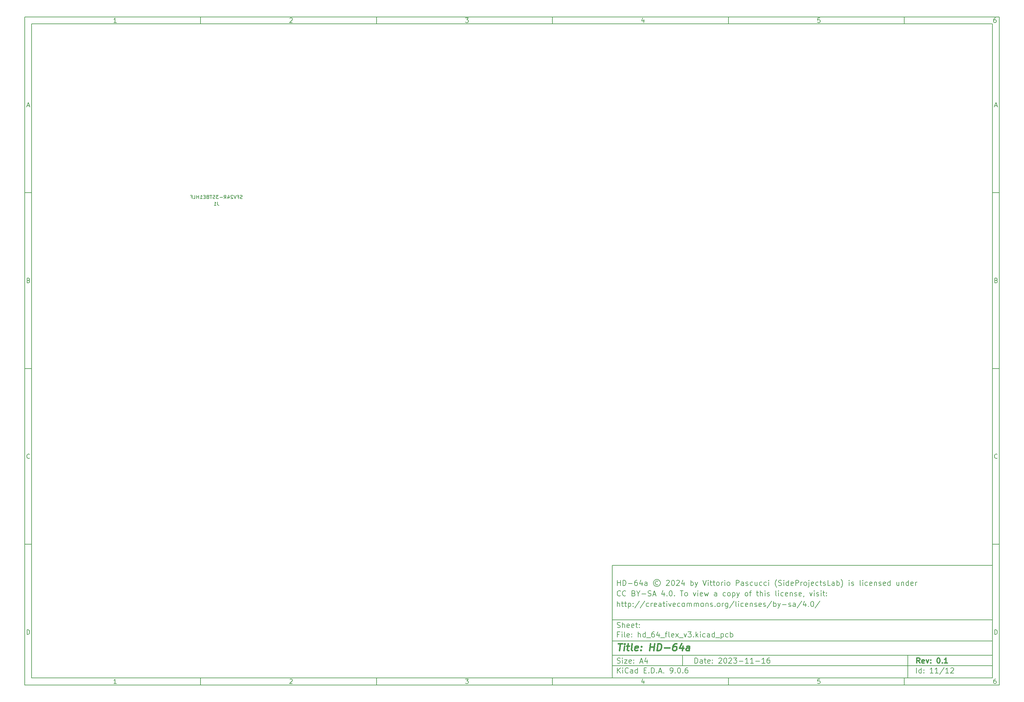
<source format=gbr>
%TF.GenerationSoftware,KiCad,Pcbnew,9.0.6*%
%TF.CreationDate,2025-11-27T00:35:39+01:00*%
%TF.ProjectId,hd_64_flex_v3,68645f36-345f-4666-9c65-785f76332e6b,0.1*%
%TF.SameCoordinates,PXd801da0PY3c45b00*%
%TF.FileFunction,AssemblyDrawing,Bot*%
%FSLAX46Y46*%
G04 Gerber Fmt 4.6, Leading zero omitted, Abs format (unit mm)*
G04 Created by KiCad (PCBNEW 9.0.6) date 2025-11-27 00:35:39*
%MOMM*%
%LPD*%
G01*
G04 APERTURE LIST*
%ADD10C,0.100000*%
%ADD11C,0.150000*%
%ADD12C,0.300000*%
%ADD13C,0.400000*%
G04 APERTURE END LIST*
D10*
D11*
X-49497800Y-102807200D02*
X58502200Y-102807200D01*
X58502200Y-134807200D01*
X-49497800Y-134807200D01*
X-49497800Y-102807200D01*
D10*
D11*
X-216500000Y53200000D02*
X60502200Y53200000D01*
X60502200Y-136807200D01*
X-216500000Y-136807200D01*
X-216500000Y53200000D01*
D10*
D11*
X-214500000Y51200000D02*
X58502200Y51200000D01*
X58502200Y-134807200D01*
X-214500000Y-134807200D01*
X-214500000Y51200000D01*
D10*
D11*
X-166500000Y51200000D02*
X-166500000Y53200000D01*
D10*
D11*
X-116500000Y51200000D02*
X-116500000Y53200000D01*
D10*
D11*
X-66500000Y51200000D02*
X-66500000Y53200000D01*
D10*
D11*
X-16500000Y51200000D02*
X-16500000Y53200000D01*
D10*
D11*
X33500000Y51200000D02*
X33500000Y53200000D01*
D10*
D11*
X-190410840Y51606396D02*
X-191153697Y51606396D01*
X-190782269Y51606396D02*
X-190782269Y52906396D01*
X-190782269Y52906396D02*
X-190906078Y52720681D01*
X-190906078Y52720681D02*
X-191029888Y52596872D01*
X-191029888Y52596872D02*
X-191153697Y52534967D01*
D10*
D11*
X-141153697Y52782586D02*
X-141091793Y52844491D01*
X-141091793Y52844491D02*
X-140967983Y52906396D01*
X-140967983Y52906396D02*
X-140658459Y52906396D01*
X-140658459Y52906396D02*
X-140534650Y52844491D01*
X-140534650Y52844491D02*
X-140472745Y52782586D01*
X-140472745Y52782586D02*
X-140410840Y52658777D01*
X-140410840Y52658777D02*
X-140410840Y52534967D01*
X-140410840Y52534967D02*
X-140472745Y52349253D01*
X-140472745Y52349253D02*
X-141215602Y51606396D01*
X-141215602Y51606396D02*
X-140410840Y51606396D01*
D10*
D11*
X-91215602Y52906396D02*
X-90410840Y52906396D01*
X-90410840Y52906396D02*
X-90844174Y52411158D01*
X-90844174Y52411158D02*
X-90658459Y52411158D01*
X-90658459Y52411158D02*
X-90534650Y52349253D01*
X-90534650Y52349253D02*
X-90472745Y52287348D01*
X-90472745Y52287348D02*
X-90410840Y52163539D01*
X-90410840Y52163539D02*
X-90410840Y51854015D01*
X-90410840Y51854015D02*
X-90472745Y51730205D01*
X-90472745Y51730205D02*
X-90534650Y51668300D01*
X-90534650Y51668300D02*
X-90658459Y51606396D01*
X-90658459Y51606396D02*
X-91029888Y51606396D01*
X-91029888Y51606396D02*
X-91153697Y51668300D01*
X-91153697Y51668300D02*
X-91215602Y51730205D01*
D10*
D11*
X-40534650Y52473062D02*
X-40534650Y51606396D01*
X-40844174Y52968300D02*
X-41153697Y52039729D01*
X-41153697Y52039729D02*
X-40348936Y52039729D01*
D10*
D11*
X9527255Y52906396D02*
X8908207Y52906396D01*
X8908207Y52906396D02*
X8846303Y52287348D01*
X8846303Y52287348D02*
X8908207Y52349253D01*
X8908207Y52349253D02*
X9032017Y52411158D01*
X9032017Y52411158D02*
X9341541Y52411158D01*
X9341541Y52411158D02*
X9465350Y52349253D01*
X9465350Y52349253D02*
X9527255Y52287348D01*
X9527255Y52287348D02*
X9589160Y52163539D01*
X9589160Y52163539D02*
X9589160Y51854015D01*
X9589160Y51854015D02*
X9527255Y51730205D01*
X9527255Y51730205D02*
X9465350Y51668300D01*
X9465350Y51668300D02*
X9341541Y51606396D01*
X9341541Y51606396D02*
X9032017Y51606396D01*
X9032017Y51606396D02*
X8908207Y51668300D01*
X8908207Y51668300D02*
X8846303Y51730205D01*
D10*
D11*
X59465350Y52906396D02*
X59217731Y52906396D01*
X59217731Y52906396D02*
X59093922Y52844491D01*
X59093922Y52844491D02*
X59032017Y52782586D01*
X59032017Y52782586D02*
X58908207Y52596872D01*
X58908207Y52596872D02*
X58846303Y52349253D01*
X58846303Y52349253D02*
X58846303Y51854015D01*
X58846303Y51854015D02*
X58908207Y51730205D01*
X58908207Y51730205D02*
X58970112Y51668300D01*
X58970112Y51668300D02*
X59093922Y51606396D01*
X59093922Y51606396D02*
X59341541Y51606396D01*
X59341541Y51606396D02*
X59465350Y51668300D01*
X59465350Y51668300D02*
X59527255Y51730205D01*
X59527255Y51730205D02*
X59589160Y51854015D01*
X59589160Y51854015D02*
X59589160Y52163539D01*
X59589160Y52163539D02*
X59527255Y52287348D01*
X59527255Y52287348D02*
X59465350Y52349253D01*
X59465350Y52349253D02*
X59341541Y52411158D01*
X59341541Y52411158D02*
X59093922Y52411158D01*
X59093922Y52411158D02*
X58970112Y52349253D01*
X58970112Y52349253D02*
X58908207Y52287348D01*
X58908207Y52287348D02*
X58846303Y52163539D01*
D10*
D11*
X-166500000Y-134807200D02*
X-166500000Y-136807200D01*
D10*
D11*
X-116500000Y-134807200D02*
X-116500000Y-136807200D01*
D10*
D11*
X-66500000Y-134807200D02*
X-66500000Y-136807200D01*
D10*
D11*
X-16500000Y-134807200D02*
X-16500000Y-136807200D01*
D10*
D11*
X33500000Y-134807200D02*
X33500000Y-136807200D01*
D10*
D11*
X-190410840Y-136400804D02*
X-191153697Y-136400804D01*
X-190782269Y-136400804D02*
X-190782269Y-135100804D01*
X-190782269Y-135100804D02*
X-190906078Y-135286519D01*
X-190906078Y-135286519D02*
X-191029888Y-135410328D01*
X-191029888Y-135410328D02*
X-191153697Y-135472233D01*
D10*
D11*
X-141153697Y-135224614D02*
X-141091793Y-135162709D01*
X-141091793Y-135162709D02*
X-140967983Y-135100804D01*
X-140967983Y-135100804D02*
X-140658459Y-135100804D01*
X-140658459Y-135100804D02*
X-140534650Y-135162709D01*
X-140534650Y-135162709D02*
X-140472745Y-135224614D01*
X-140472745Y-135224614D02*
X-140410840Y-135348423D01*
X-140410840Y-135348423D02*
X-140410840Y-135472233D01*
X-140410840Y-135472233D02*
X-140472745Y-135657947D01*
X-140472745Y-135657947D02*
X-141215602Y-136400804D01*
X-141215602Y-136400804D02*
X-140410840Y-136400804D01*
D10*
D11*
X-91215602Y-135100804D02*
X-90410840Y-135100804D01*
X-90410840Y-135100804D02*
X-90844174Y-135596042D01*
X-90844174Y-135596042D02*
X-90658459Y-135596042D01*
X-90658459Y-135596042D02*
X-90534650Y-135657947D01*
X-90534650Y-135657947D02*
X-90472745Y-135719852D01*
X-90472745Y-135719852D02*
X-90410840Y-135843661D01*
X-90410840Y-135843661D02*
X-90410840Y-136153185D01*
X-90410840Y-136153185D02*
X-90472745Y-136276995D01*
X-90472745Y-136276995D02*
X-90534650Y-136338900D01*
X-90534650Y-136338900D02*
X-90658459Y-136400804D01*
X-90658459Y-136400804D02*
X-91029888Y-136400804D01*
X-91029888Y-136400804D02*
X-91153697Y-136338900D01*
X-91153697Y-136338900D02*
X-91215602Y-136276995D01*
D10*
D11*
X-40534650Y-135534138D02*
X-40534650Y-136400804D01*
X-40844174Y-135038900D02*
X-41153697Y-135967471D01*
X-41153697Y-135967471D02*
X-40348936Y-135967471D01*
D10*
D11*
X9527255Y-135100804D02*
X8908207Y-135100804D01*
X8908207Y-135100804D02*
X8846303Y-135719852D01*
X8846303Y-135719852D02*
X8908207Y-135657947D01*
X8908207Y-135657947D02*
X9032017Y-135596042D01*
X9032017Y-135596042D02*
X9341541Y-135596042D01*
X9341541Y-135596042D02*
X9465350Y-135657947D01*
X9465350Y-135657947D02*
X9527255Y-135719852D01*
X9527255Y-135719852D02*
X9589160Y-135843661D01*
X9589160Y-135843661D02*
X9589160Y-136153185D01*
X9589160Y-136153185D02*
X9527255Y-136276995D01*
X9527255Y-136276995D02*
X9465350Y-136338900D01*
X9465350Y-136338900D02*
X9341541Y-136400804D01*
X9341541Y-136400804D02*
X9032017Y-136400804D01*
X9032017Y-136400804D02*
X8908207Y-136338900D01*
X8908207Y-136338900D02*
X8846303Y-136276995D01*
D10*
D11*
X59465350Y-135100804D02*
X59217731Y-135100804D01*
X59217731Y-135100804D02*
X59093922Y-135162709D01*
X59093922Y-135162709D02*
X59032017Y-135224614D01*
X59032017Y-135224614D02*
X58908207Y-135410328D01*
X58908207Y-135410328D02*
X58846303Y-135657947D01*
X58846303Y-135657947D02*
X58846303Y-136153185D01*
X58846303Y-136153185D02*
X58908207Y-136276995D01*
X58908207Y-136276995D02*
X58970112Y-136338900D01*
X58970112Y-136338900D02*
X59093922Y-136400804D01*
X59093922Y-136400804D02*
X59341541Y-136400804D01*
X59341541Y-136400804D02*
X59465350Y-136338900D01*
X59465350Y-136338900D02*
X59527255Y-136276995D01*
X59527255Y-136276995D02*
X59589160Y-136153185D01*
X59589160Y-136153185D02*
X59589160Y-135843661D01*
X59589160Y-135843661D02*
X59527255Y-135719852D01*
X59527255Y-135719852D02*
X59465350Y-135657947D01*
X59465350Y-135657947D02*
X59341541Y-135596042D01*
X59341541Y-135596042D02*
X59093922Y-135596042D01*
X59093922Y-135596042D02*
X58970112Y-135657947D01*
X58970112Y-135657947D02*
X58908207Y-135719852D01*
X58908207Y-135719852D02*
X58846303Y-135843661D01*
D10*
D11*
X-216500000Y3200000D02*
X-214500000Y3200000D01*
D10*
D11*
X-216500000Y-46800000D02*
X-214500000Y-46800000D01*
D10*
D11*
X-216500000Y-96800000D02*
X-214500000Y-96800000D01*
D10*
D11*
X-215809524Y27977824D02*
X-215190477Y27977824D01*
X-215933334Y27606396D02*
X-215500001Y28906396D01*
X-215500001Y28906396D02*
X-215066667Y27606396D01*
D10*
D11*
X-215407143Y-21712652D02*
X-215221429Y-21774557D01*
X-215221429Y-21774557D02*
X-215159524Y-21836461D01*
X-215159524Y-21836461D02*
X-215097620Y-21960271D01*
X-215097620Y-21960271D02*
X-215097620Y-22145985D01*
X-215097620Y-22145985D02*
X-215159524Y-22269795D01*
X-215159524Y-22269795D02*
X-215221429Y-22331700D01*
X-215221429Y-22331700D02*
X-215345239Y-22393604D01*
X-215345239Y-22393604D02*
X-215840477Y-22393604D01*
X-215840477Y-22393604D02*
X-215840477Y-21093604D01*
X-215840477Y-21093604D02*
X-215407143Y-21093604D01*
X-215407143Y-21093604D02*
X-215283334Y-21155509D01*
X-215283334Y-21155509D02*
X-215221429Y-21217414D01*
X-215221429Y-21217414D02*
X-215159524Y-21341223D01*
X-215159524Y-21341223D02*
X-215159524Y-21465033D01*
X-215159524Y-21465033D02*
X-215221429Y-21588842D01*
X-215221429Y-21588842D02*
X-215283334Y-21650747D01*
X-215283334Y-21650747D02*
X-215407143Y-21712652D01*
X-215407143Y-21712652D02*
X-215840477Y-21712652D01*
D10*
D11*
X-215097620Y-72269795D02*
X-215159524Y-72331700D01*
X-215159524Y-72331700D02*
X-215345239Y-72393604D01*
X-215345239Y-72393604D02*
X-215469048Y-72393604D01*
X-215469048Y-72393604D02*
X-215654762Y-72331700D01*
X-215654762Y-72331700D02*
X-215778572Y-72207890D01*
X-215778572Y-72207890D02*
X-215840477Y-72084080D01*
X-215840477Y-72084080D02*
X-215902381Y-71836461D01*
X-215902381Y-71836461D02*
X-215902381Y-71650747D01*
X-215902381Y-71650747D02*
X-215840477Y-71403128D01*
X-215840477Y-71403128D02*
X-215778572Y-71279319D01*
X-215778572Y-71279319D02*
X-215654762Y-71155509D01*
X-215654762Y-71155509D02*
X-215469048Y-71093604D01*
X-215469048Y-71093604D02*
X-215345239Y-71093604D01*
X-215345239Y-71093604D02*
X-215159524Y-71155509D01*
X-215159524Y-71155509D02*
X-215097620Y-71217414D01*
D10*
D11*
X-215840477Y-122393604D02*
X-215840477Y-121093604D01*
X-215840477Y-121093604D02*
X-215530953Y-121093604D01*
X-215530953Y-121093604D02*
X-215345239Y-121155509D01*
X-215345239Y-121155509D02*
X-215221429Y-121279319D01*
X-215221429Y-121279319D02*
X-215159524Y-121403128D01*
X-215159524Y-121403128D02*
X-215097620Y-121650747D01*
X-215097620Y-121650747D02*
X-215097620Y-121836461D01*
X-215097620Y-121836461D02*
X-215159524Y-122084080D01*
X-215159524Y-122084080D02*
X-215221429Y-122207890D01*
X-215221429Y-122207890D02*
X-215345239Y-122331700D01*
X-215345239Y-122331700D02*
X-215530953Y-122393604D01*
X-215530953Y-122393604D02*
X-215840477Y-122393604D01*
D10*
D11*
X60502200Y3200000D02*
X58502200Y3200000D01*
D10*
D11*
X60502200Y-46800000D02*
X58502200Y-46800000D01*
D10*
D11*
X60502200Y-96800000D02*
X58502200Y-96800000D01*
D10*
D11*
X59192676Y27977824D02*
X59811723Y27977824D01*
X59068866Y27606396D02*
X59502199Y28906396D01*
X59502199Y28906396D02*
X59935533Y27606396D01*
D10*
D11*
X59595057Y-21712652D02*
X59780771Y-21774557D01*
X59780771Y-21774557D02*
X59842676Y-21836461D01*
X59842676Y-21836461D02*
X59904580Y-21960271D01*
X59904580Y-21960271D02*
X59904580Y-22145985D01*
X59904580Y-22145985D02*
X59842676Y-22269795D01*
X59842676Y-22269795D02*
X59780771Y-22331700D01*
X59780771Y-22331700D02*
X59656961Y-22393604D01*
X59656961Y-22393604D02*
X59161723Y-22393604D01*
X59161723Y-22393604D02*
X59161723Y-21093604D01*
X59161723Y-21093604D02*
X59595057Y-21093604D01*
X59595057Y-21093604D02*
X59718866Y-21155509D01*
X59718866Y-21155509D02*
X59780771Y-21217414D01*
X59780771Y-21217414D02*
X59842676Y-21341223D01*
X59842676Y-21341223D02*
X59842676Y-21465033D01*
X59842676Y-21465033D02*
X59780771Y-21588842D01*
X59780771Y-21588842D02*
X59718866Y-21650747D01*
X59718866Y-21650747D02*
X59595057Y-21712652D01*
X59595057Y-21712652D02*
X59161723Y-21712652D01*
D10*
D11*
X59904580Y-72269795D02*
X59842676Y-72331700D01*
X59842676Y-72331700D02*
X59656961Y-72393604D01*
X59656961Y-72393604D02*
X59533152Y-72393604D01*
X59533152Y-72393604D02*
X59347438Y-72331700D01*
X59347438Y-72331700D02*
X59223628Y-72207890D01*
X59223628Y-72207890D02*
X59161723Y-72084080D01*
X59161723Y-72084080D02*
X59099819Y-71836461D01*
X59099819Y-71836461D02*
X59099819Y-71650747D01*
X59099819Y-71650747D02*
X59161723Y-71403128D01*
X59161723Y-71403128D02*
X59223628Y-71279319D01*
X59223628Y-71279319D02*
X59347438Y-71155509D01*
X59347438Y-71155509D02*
X59533152Y-71093604D01*
X59533152Y-71093604D02*
X59656961Y-71093604D01*
X59656961Y-71093604D02*
X59842676Y-71155509D01*
X59842676Y-71155509D02*
X59904580Y-71217414D01*
D10*
D11*
X59161723Y-122393604D02*
X59161723Y-121093604D01*
X59161723Y-121093604D02*
X59471247Y-121093604D01*
X59471247Y-121093604D02*
X59656961Y-121155509D01*
X59656961Y-121155509D02*
X59780771Y-121279319D01*
X59780771Y-121279319D02*
X59842676Y-121403128D01*
X59842676Y-121403128D02*
X59904580Y-121650747D01*
X59904580Y-121650747D02*
X59904580Y-121836461D01*
X59904580Y-121836461D02*
X59842676Y-122084080D01*
X59842676Y-122084080D02*
X59780771Y-122207890D01*
X59780771Y-122207890D02*
X59656961Y-122331700D01*
X59656961Y-122331700D02*
X59471247Y-122393604D01*
X59471247Y-122393604D02*
X59161723Y-122393604D01*
D10*
D11*
X-26041974Y-130593328D02*
X-26041974Y-129093328D01*
X-26041974Y-129093328D02*
X-25684831Y-129093328D01*
X-25684831Y-129093328D02*
X-25470545Y-129164757D01*
X-25470545Y-129164757D02*
X-25327688Y-129307614D01*
X-25327688Y-129307614D02*
X-25256259Y-129450471D01*
X-25256259Y-129450471D02*
X-25184831Y-129736185D01*
X-25184831Y-129736185D02*
X-25184831Y-129950471D01*
X-25184831Y-129950471D02*
X-25256259Y-130236185D01*
X-25256259Y-130236185D02*
X-25327688Y-130379042D01*
X-25327688Y-130379042D02*
X-25470545Y-130521900D01*
X-25470545Y-130521900D02*
X-25684831Y-130593328D01*
X-25684831Y-130593328D02*
X-26041974Y-130593328D01*
X-23899116Y-130593328D02*
X-23899116Y-129807614D01*
X-23899116Y-129807614D02*
X-23970545Y-129664757D01*
X-23970545Y-129664757D02*
X-24113402Y-129593328D01*
X-24113402Y-129593328D02*
X-24399116Y-129593328D01*
X-24399116Y-129593328D02*
X-24541974Y-129664757D01*
X-23899116Y-130521900D02*
X-24041974Y-130593328D01*
X-24041974Y-130593328D02*
X-24399116Y-130593328D01*
X-24399116Y-130593328D02*
X-24541974Y-130521900D01*
X-24541974Y-130521900D02*
X-24613402Y-130379042D01*
X-24613402Y-130379042D02*
X-24613402Y-130236185D01*
X-24613402Y-130236185D02*
X-24541974Y-130093328D01*
X-24541974Y-130093328D02*
X-24399116Y-130021900D01*
X-24399116Y-130021900D02*
X-24041974Y-130021900D01*
X-24041974Y-130021900D02*
X-23899116Y-129950471D01*
X-23399116Y-129593328D02*
X-22827688Y-129593328D01*
X-23184831Y-129093328D02*
X-23184831Y-130379042D01*
X-23184831Y-130379042D02*
X-23113402Y-130521900D01*
X-23113402Y-130521900D02*
X-22970545Y-130593328D01*
X-22970545Y-130593328D02*
X-22827688Y-130593328D01*
X-21756259Y-130521900D02*
X-21899116Y-130593328D01*
X-21899116Y-130593328D02*
X-22184830Y-130593328D01*
X-22184830Y-130593328D02*
X-22327688Y-130521900D01*
X-22327688Y-130521900D02*
X-22399116Y-130379042D01*
X-22399116Y-130379042D02*
X-22399116Y-129807614D01*
X-22399116Y-129807614D02*
X-22327688Y-129664757D01*
X-22327688Y-129664757D02*
X-22184830Y-129593328D01*
X-22184830Y-129593328D02*
X-21899116Y-129593328D01*
X-21899116Y-129593328D02*
X-21756259Y-129664757D01*
X-21756259Y-129664757D02*
X-21684830Y-129807614D01*
X-21684830Y-129807614D02*
X-21684830Y-129950471D01*
X-21684830Y-129950471D02*
X-22399116Y-130093328D01*
X-21041974Y-130450471D02*
X-20970545Y-130521900D01*
X-20970545Y-130521900D02*
X-21041974Y-130593328D01*
X-21041974Y-130593328D02*
X-21113402Y-130521900D01*
X-21113402Y-130521900D02*
X-21041974Y-130450471D01*
X-21041974Y-130450471D02*
X-21041974Y-130593328D01*
X-21041974Y-129664757D02*
X-20970545Y-129736185D01*
X-20970545Y-129736185D02*
X-21041974Y-129807614D01*
X-21041974Y-129807614D02*
X-21113402Y-129736185D01*
X-21113402Y-129736185D02*
X-21041974Y-129664757D01*
X-21041974Y-129664757D02*
X-21041974Y-129807614D01*
X-19256259Y-129236185D02*
X-19184831Y-129164757D01*
X-19184831Y-129164757D02*
X-19041973Y-129093328D01*
X-19041973Y-129093328D02*
X-18684831Y-129093328D01*
X-18684831Y-129093328D02*
X-18541973Y-129164757D01*
X-18541973Y-129164757D02*
X-18470545Y-129236185D01*
X-18470545Y-129236185D02*
X-18399116Y-129379042D01*
X-18399116Y-129379042D02*
X-18399116Y-129521900D01*
X-18399116Y-129521900D02*
X-18470545Y-129736185D01*
X-18470545Y-129736185D02*
X-19327688Y-130593328D01*
X-19327688Y-130593328D02*
X-18399116Y-130593328D01*
X-17470545Y-129093328D02*
X-17327688Y-129093328D01*
X-17327688Y-129093328D02*
X-17184831Y-129164757D01*
X-17184831Y-129164757D02*
X-17113402Y-129236185D01*
X-17113402Y-129236185D02*
X-17041974Y-129379042D01*
X-17041974Y-129379042D02*
X-16970545Y-129664757D01*
X-16970545Y-129664757D02*
X-16970545Y-130021900D01*
X-16970545Y-130021900D02*
X-17041974Y-130307614D01*
X-17041974Y-130307614D02*
X-17113402Y-130450471D01*
X-17113402Y-130450471D02*
X-17184831Y-130521900D01*
X-17184831Y-130521900D02*
X-17327688Y-130593328D01*
X-17327688Y-130593328D02*
X-17470545Y-130593328D01*
X-17470545Y-130593328D02*
X-17613402Y-130521900D01*
X-17613402Y-130521900D02*
X-17684831Y-130450471D01*
X-17684831Y-130450471D02*
X-17756260Y-130307614D01*
X-17756260Y-130307614D02*
X-17827688Y-130021900D01*
X-17827688Y-130021900D02*
X-17827688Y-129664757D01*
X-17827688Y-129664757D02*
X-17756260Y-129379042D01*
X-17756260Y-129379042D02*
X-17684831Y-129236185D01*
X-17684831Y-129236185D02*
X-17613402Y-129164757D01*
X-17613402Y-129164757D02*
X-17470545Y-129093328D01*
X-16399117Y-129236185D02*
X-16327689Y-129164757D01*
X-16327689Y-129164757D02*
X-16184831Y-129093328D01*
X-16184831Y-129093328D02*
X-15827689Y-129093328D01*
X-15827689Y-129093328D02*
X-15684831Y-129164757D01*
X-15684831Y-129164757D02*
X-15613403Y-129236185D01*
X-15613403Y-129236185D02*
X-15541974Y-129379042D01*
X-15541974Y-129379042D02*
X-15541974Y-129521900D01*
X-15541974Y-129521900D02*
X-15613403Y-129736185D01*
X-15613403Y-129736185D02*
X-16470546Y-130593328D01*
X-16470546Y-130593328D02*
X-15541974Y-130593328D01*
X-15041975Y-129093328D02*
X-14113403Y-129093328D01*
X-14113403Y-129093328D02*
X-14613403Y-129664757D01*
X-14613403Y-129664757D02*
X-14399118Y-129664757D01*
X-14399118Y-129664757D02*
X-14256260Y-129736185D01*
X-14256260Y-129736185D02*
X-14184832Y-129807614D01*
X-14184832Y-129807614D02*
X-14113403Y-129950471D01*
X-14113403Y-129950471D02*
X-14113403Y-130307614D01*
X-14113403Y-130307614D02*
X-14184832Y-130450471D01*
X-14184832Y-130450471D02*
X-14256260Y-130521900D01*
X-14256260Y-130521900D02*
X-14399118Y-130593328D01*
X-14399118Y-130593328D02*
X-14827689Y-130593328D01*
X-14827689Y-130593328D02*
X-14970546Y-130521900D01*
X-14970546Y-130521900D02*
X-15041975Y-130450471D01*
X-13470547Y-130021900D02*
X-12327689Y-130021900D01*
X-10827689Y-130593328D02*
X-11684832Y-130593328D01*
X-11256261Y-130593328D02*
X-11256261Y-129093328D01*
X-11256261Y-129093328D02*
X-11399118Y-129307614D01*
X-11399118Y-129307614D02*
X-11541975Y-129450471D01*
X-11541975Y-129450471D02*
X-11684832Y-129521900D01*
X-9399118Y-130593328D02*
X-10256261Y-130593328D01*
X-9827690Y-130593328D02*
X-9827690Y-129093328D01*
X-9827690Y-129093328D02*
X-9970547Y-129307614D01*
X-9970547Y-129307614D02*
X-10113404Y-129450471D01*
X-10113404Y-129450471D02*
X-10256261Y-129521900D01*
X-8756262Y-130021900D02*
X-7613404Y-130021900D01*
X-6113404Y-130593328D02*
X-6970547Y-130593328D01*
X-6541976Y-130593328D02*
X-6541976Y-129093328D01*
X-6541976Y-129093328D02*
X-6684833Y-129307614D01*
X-6684833Y-129307614D02*
X-6827690Y-129450471D01*
X-6827690Y-129450471D02*
X-6970547Y-129521900D01*
X-4827690Y-129093328D02*
X-5113405Y-129093328D01*
X-5113405Y-129093328D02*
X-5256262Y-129164757D01*
X-5256262Y-129164757D02*
X-5327690Y-129236185D01*
X-5327690Y-129236185D02*
X-5470548Y-129450471D01*
X-5470548Y-129450471D02*
X-5541976Y-129736185D01*
X-5541976Y-129736185D02*
X-5541976Y-130307614D01*
X-5541976Y-130307614D02*
X-5470548Y-130450471D01*
X-5470548Y-130450471D02*
X-5399119Y-130521900D01*
X-5399119Y-130521900D02*
X-5256262Y-130593328D01*
X-5256262Y-130593328D02*
X-4970548Y-130593328D01*
X-4970548Y-130593328D02*
X-4827690Y-130521900D01*
X-4827690Y-130521900D02*
X-4756262Y-130450471D01*
X-4756262Y-130450471D02*
X-4684833Y-130307614D01*
X-4684833Y-130307614D02*
X-4684833Y-129950471D01*
X-4684833Y-129950471D02*
X-4756262Y-129807614D01*
X-4756262Y-129807614D02*
X-4827690Y-129736185D01*
X-4827690Y-129736185D02*
X-4970548Y-129664757D01*
X-4970548Y-129664757D02*
X-5256262Y-129664757D01*
X-5256262Y-129664757D02*
X-5399119Y-129736185D01*
X-5399119Y-129736185D02*
X-5470548Y-129807614D01*
X-5470548Y-129807614D02*
X-5541976Y-129950471D01*
D10*
D11*
X-49497800Y-131307200D02*
X58502200Y-131307200D01*
D10*
D11*
X-48041974Y-133393328D02*
X-48041974Y-131893328D01*
X-47184831Y-133393328D02*
X-47827688Y-132536185D01*
X-47184831Y-131893328D02*
X-48041974Y-132750471D01*
X-46541974Y-133393328D02*
X-46541974Y-132393328D01*
X-46541974Y-131893328D02*
X-46613402Y-131964757D01*
X-46613402Y-131964757D02*
X-46541974Y-132036185D01*
X-46541974Y-132036185D02*
X-46470545Y-131964757D01*
X-46470545Y-131964757D02*
X-46541974Y-131893328D01*
X-46541974Y-131893328D02*
X-46541974Y-132036185D01*
X-44970545Y-133250471D02*
X-45041973Y-133321900D01*
X-45041973Y-133321900D02*
X-45256259Y-133393328D01*
X-45256259Y-133393328D02*
X-45399116Y-133393328D01*
X-45399116Y-133393328D02*
X-45613402Y-133321900D01*
X-45613402Y-133321900D02*
X-45756259Y-133179042D01*
X-45756259Y-133179042D02*
X-45827688Y-133036185D01*
X-45827688Y-133036185D02*
X-45899116Y-132750471D01*
X-45899116Y-132750471D02*
X-45899116Y-132536185D01*
X-45899116Y-132536185D02*
X-45827688Y-132250471D01*
X-45827688Y-132250471D02*
X-45756259Y-132107614D01*
X-45756259Y-132107614D02*
X-45613402Y-131964757D01*
X-45613402Y-131964757D02*
X-45399116Y-131893328D01*
X-45399116Y-131893328D02*
X-45256259Y-131893328D01*
X-45256259Y-131893328D02*
X-45041973Y-131964757D01*
X-45041973Y-131964757D02*
X-44970545Y-132036185D01*
X-43684830Y-133393328D02*
X-43684830Y-132607614D01*
X-43684830Y-132607614D02*
X-43756259Y-132464757D01*
X-43756259Y-132464757D02*
X-43899116Y-132393328D01*
X-43899116Y-132393328D02*
X-44184830Y-132393328D01*
X-44184830Y-132393328D02*
X-44327688Y-132464757D01*
X-43684830Y-133321900D02*
X-43827688Y-133393328D01*
X-43827688Y-133393328D02*
X-44184830Y-133393328D01*
X-44184830Y-133393328D02*
X-44327688Y-133321900D01*
X-44327688Y-133321900D02*
X-44399116Y-133179042D01*
X-44399116Y-133179042D02*
X-44399116Y-133036185D01*
X-44399116Y-133036185D02*
X-44327688Y-132893328D01*
X-44327688Y-132893328D02*
X-44184830Y-132821900D01*
X-44184830Y-132821900D02*
X-43827688Y-132821900D01*
X-43827688Y-132821900D02*
X-43684830Y-132750471D01*
X-42327687Y-133393328D02*
X-42327687Y-131893328D01*
X-42327687Y-133321900D02*
X-42470545Y-133393328D01*
X-42470545Y-133393328D02*
X-42756259Y-133393328D01*
X-42756259Y-133393328D02*
X-42899116Y-133321900D01*
X-42899116Y-133321900D02*
X-42970545Y-133250471D01*
X-42970545Y-133250471D02*
X-43041973Y-133107614D01*
X-43041973Y-133107614D02*
X-43041973Y-132679042D01*
X-43041973Y-132679042D02*
X-42970545Y-132536185D01*
X-42970545Y-132536185D02*
X-42899116Y-132464757D01*
X-42899116Y-132464757D02*
X-42756259Y-132393328D01*
X-42756259Y-132393328D02*
X-42470545Y-132393328D01*
X-42470545Y-132393328D02*
X-42327687Y-132464757D01*
X-40470545Y-132607614D02*
X-39970545Y-132607614D01*
X-39756259Y-133393328D02*
X-40470545Y-133393328D01*
X-40470545Y-133393328D02*
X-40470545Y-131893328D01*
X-40470545Y-131893328D02*
X-39756259Y-131893328D01*
X-39113402Y-133250471D02*
X-39041973Y-133321900D01*
X-39041973Y-133321900D02*
X-39113402Y-133393328D01*
X-39113402Y-133393328D02*
X-39184830Y-133321900D01*
X-39184830Y-133321900D02*
X-39113402Y-133250471D01*
X-39113402Y-133250471D02*
X-39113402Y-133393328D01*
X-38399116Y-133393328D02*
X-38399116Y-131893328D01*
X-38399116Y-131893328D02*
X-38041973Y-131893328D01*
X-38041973Y-131893328D02*
X-37827687Y-131964757D01*
X-37827687Y-131964757D02*
X-37684830Y-132107614D01*
X-37684830Y-132107614D02*
X-37613401Y-132250471D01*
X-37613401Y-132250471D02*
X-37541973Y-132536185D01*
X-37541973Y-132536185D02*
X-37541973Y-132750471D01*
X-37541973Y-132750471D02*
X-37613401Y-133036185D01*
X-37613401Y-133036185D02*
X-37684830Y-133179042D01*
X-37684830Y-133179042D02*
X-37827687Y-133321900D01*
X-37827687Y-133321900D02*
X-38041973Y-133393328D01*
X-38041973Y-133393328D02*
X-38399116Y-133393328D01*
X-36899116Y-133250471D02*
X-36827687Y-133321900D01*
X-36827687Y-133321900D02*
X-36899116Y-133393328D01*
X-36899116Y-133393328D02*
X-36970544Y-133321900D01*
X-36970544Y-133321900D02*
X-36899116Y-133250471D01*
X-36899116Y-133250471D02*
X-36899116Y-133393328D01*
X-36256258Y-132964757D02*
X-35541972Y-132964757D01*
X-36399115Y-133393328D02*
X-35899115Y-131893328D01*
X-35899115Y-131893328D02*
X-35399115Y-133393328D01*
X-34899116Y-133250471D02*
X-34827687Y-133321900D01*
X-34827687Y-133321900D02*
X-34899116Y-133393328D01*
X-34899116Y-133393328D02*
X-34970544Y-133321900D01*
X-34970544Y-133321900D02*
X-34899116Y-133250471D01*
X-34899116Y-133250471D02*
X-34899116Y-133393328D01*
X-32970544Y-133393328D02*
X-32684830Y-133393328D01*
X-32684830Y-133393328D02*
X-32541973Y-133321900D01*
X-32541973Y-133321900D02*
X-32470544Y-133250471D01*
X-32470544Y-133250471D02*
X-32327687Y-133036185D01*
X-32327687Y-133036185D02*
X-32256258Y-132750471D01*
X-32256258Y-132750471D02*
X-32256258Y-132179042D01*
X-32256258Y-132179042D02*
X-32327687Y-132036185D01*
X-32327687Y-132036185D02*
X-32399115Y-131964757D01*
X-32399115Y-131964757D02*
X-32541973Y-131893328D01*
X-32541973Y-131893328D02*
X-32827687Y-131893328D01*
X-32827687Y-131893328D02*
X-32970544Y-131964757D01*
X-32970544Y-131964757D02*
X-33041973Y-132036185D01*
X-33041973Y-132036185D02*
X-33113401Y-132179042D01*
X-33113401Y-132179042D02*
X-33113401Y-132536185D01*
X-33113401Y-132536185D02*
X-33041973Y-132679042D01*
X-33041973Y-132679042D02*
X-32970544Y-132750471D01*
X-32970544Y-132750471D02*
X-32827687Y-132821900D01*
X-32827687Y-132821900D02*
X-32541973Y-132821900D01*
X-32541973Y-132821900D02*
X-32399115Y-132750471D01*
X-32399115Y-132750471D02*
X-32327687Y-132679042D01*
X-32327687Y-132679042D02*
X-32256258Y-132536185D01*
X-31613402Y-133250471D02*
X-31541973Y-133321900D01*
X-31541973Y-133321900D02*
X-31613402Y-133393328D01*
X-31613402Y-133393328D02*
X-31684830Y-133321900D01*
X-31684830Y-133321900D02*
X-31613402Y-133250471D01*
X-31613402Y-133250471D02*
X-31613402Y-133393328D01*
X-30613401Y-131893328D02*
X-30470544Y-131893328D01*
X-30470544Y-131893328D02*
X-30327687Y-131964757D01*
X-30327687Y-131964757D02*
X-30256258Y-132036185D01*
X-30256258Y-132036185D02*
X-30184830Y-132179042D01*
X-30184830Y-132179042D02*
X-30113401Y-132464757D01*
X-30113401Y-132464757D02*
X-30113401Y-132821900D01*
X-30113401Y-132821900D02*
X-30184830Y-133107614D01*
X-30184830Y-133107614D02*
X-30256258Y-133250471D01*
X-30256258Y-133250471D02*
X-30327687Y-133321900D01*
X-30327687Y-133321900D02*
X-30470544Y-133393328D01*
X-30470544Y-133393328D02*
X-30613401Y-133393328D01*
X-30613401Y-133393328D02*
X-30756258Y-133321900D01*
X-30756258Y-133321900D02*
X-30827687Y-133250471D01*
X-30827687Y-133250471D02*
X-30899116Y-133107614D01*
X-30899116Y-133107614D02*
X-30970544Y-132821900D01*
X-30970544Y-132821900D02*
X-30970544Y-132464757D01*
X-30970544Y-132464757D02*
X-30899116Y-132179042D01*
X-30899116Y-132179042D02*
X-30827687Y-132036185D01*
X-30827687Y-132036185D02*
X-30756258Y-131964757D01*
X-30756258Y-131964757D02*
X-30613401Y-131893328D01*
X-29470545Y-133250471D02*
X-29399116Y-133321900D01*
X-29399116Y-133321900D02*
X-29470545Y-133393328D01*
X-29470545Y-133393328D02*
X-29541973Y-133321900D01*
X-29541973Y-133321900D02*
X-29470545Y-133250471D01*
X-29470545Y-133250471D02*
X-29470545Y-133393328D01*
X-28113401Y-131893328D02*
X-28399116Y-131893328D01*
X-28399116Y-131893328D02*
X-28541973Y-131964757D01*
X-28541973Y-131964757D02*
X-28613401Y-132036185D01*
X-28613401Y-132036185D02*
X-28756259Y-132250471D01*
X-28756259Y-132250471D02*
X-28827687Y-132536185D01*
X-28827687Y-132536185D02*
X-28827687Y-133107614D01*
X-28827687Y-133107614D02*
X-28756259Y-133250471D01*
X-28756259Y-133250471D02*
X-28684830Y-133321900D01*
X-28684830Y-133321900D02*
X-28541973Y-133393328D01*
X-28541973Y-133393328D02*
X-28256259Y-133393328D01*
X-28256259Y-133393328D02*
X-28113401Y-133321900D01*
X-28113401Y-133321900D02*
X-28041973Y-133250471D01*
X-28041973Y-133250471D02*
X-27970544Y-133107614D01*
X-27970544Y-133107614D02*
X-27970544Y-132750471D01*
X-27970544Y-132750471D02*
X-28041973Y-132607614D01*
X-28041973Y-132607614D02*
X-28113401Y-132536185D01*
X-28113401Y-132536185D02*
X-28256259Y-132464757D01*
X-28256259Y-132464757D02*
X-28541973Y-132464757D01*
X-28541973Y-132464757D02*
X-28684830Y-132536185D01*
X-28684830Y-132536185D02*
X-28756259Y-132607614D01*
X-28756259Y-132607614D02*
X-28827687Y-132750471D01*
D10*
D11*
X-49497800Y-128307200D02*
X58502200Y-128307200D01*
D10*
D12*
X37913853Y-130585528D02*
X37413853Y-129871242D01*
X37056710Y-130585528D02*
X37056710Y-129085528D01*
X37056710Y-129085528D02*
X37628139Y-129085528D01*
X37628139Y-129085528D02*
X37770996Y-129156957D01*
X37770996Y-129156957D02*
X37842425Y-129228385D01*
X37842425Y-129228385D02*
X37913853Y-129371242D01*
X37913853Y-129371242D02*
X37913853Y-129585528D01*
X37913853Y-129585528D02*
X37842425Y-129728385D01*
X37842425Y-129728385D02*
X37770996Y-129799814D01*
X37770996Y-129799814D02*
X37628139Y-129871242D01*
X37628139Y-129871242D02*
X37056710Y-129871242D01*
X39128139Y-130514100D02*
X38985282Y-130585528D01*
X38985282Y-130585528D02*
X38699568Y-130585528D01*
X38699568Y-130585528D02*
X38556710Y-130514100D01*
X38556710Y-130514100D02*
X38485282Y-130371242D01*
X38485282Y-130371242D02*
X38485282Y-129799814D01*
X38485282Y-129799814D02*
X38556710Y-129656957D01*
X38556710Y-129656957D02*
X38699568Y-129585528D01*
X38699568Y-129585528D02*
X38985282Y-129585528D01*
X38985282Y-129585528D02*
X39128139Y-129656957D01*
X39128139Y-129656957D02*
X39199568Y-129799814D01*
X39199568Y-129799814D02*
X39199568Y-129942671D01*
X39199568Y-129942671D02*
X38485282Y-130085528D01*
X39699567Y-129585528D02*
X40056710Y-130585528D01*
X40056710Y-130585528D02*
X40413853Y-129585528D01*
X40985281Y-130442671D02*
X41056710Y-130514100D01*
X41056710Y-130514100D02*
X40985281Y-130585528D01*
X40985281Y-130585528D02*
X40913853Y-130514100D01*
X40913853Y-130514100D02*
X40985281Y-130442671D01*
X40985281Y-130442671D02*
X40985281Y-130585528D01*
X40985281Y-129656957D02*
X41056710Y-129728385D01*
X41056710Y-129728385D02*
X40985281Y-129799814D01*
X40985281Y-129799814D02*
X40913853Y-129728385D01*
X40913853Y-129728385D02*
X40985281Y-129656957D01*
X40985281Y-129656957D02*
X40985281Y-129799814D01*
X43128139Y-129085528D02*
X43270996Y-129085528D01*
X43270996Y-129085528D02*
X43413853Y-129156957D01*
X43413853Y-129156957D02*
X43485282Y-129228385D01*
X43485282Y-129228385D02*
X43556710Y-129371242D01*
X43556710Y-129371242D02*
X43628139Y-129656957D01*
X43628139Y-129656957D02*
X43628139Y-130014100D01*
X43628139Y-130014100D02*
X43556710Y-130299814D01*
X43556710Y-130299814D02*
X43485282Y-130442671D01*
X43485282Y-130442671D02*
X43413853Y-130514100D01*
X43413853Y-130514100D02*
X43270996Y-130585528D01*
X43270996Y-130585528D02*
X43128139Y-130585528D01*
X43128139Y-130585528D02*
X42985282Y-130514100D01*
X42985282Y-130514100D02*
X42913853Y-130442671D01*
X42913853Y-130442671D02*
X42842424Y-130299814D01*
X42842424Y-130299814D02*
X42770996Y-130014100D01*
X42770996Y-130014100D02*
X42770996Y-129656957D01*
X42770996Y-129656957D02*
X42842424Y-129371242D01*
X42842424Y-129371242D02*
X42913853Y-129228385D01*
X42913853Y-129228385D02*
X42985282Y-129156957D01*
X42985282Y-129156957D02*
X43128139Y-129085528D01*
X44270995Y-130442671D02*
X44342424Y-130514100D01*
X44342424Y-130514100D02*
X44270995Y-130585528D01*
X44270995Y-130585528D02*
X44199567Y-130514100D01*
X44199567Y-130514100D02*
X44270995Y-130442671D01*
X44270995Y-130442671D02*
X44270995Y-130585528D01*
X45770996Y-130585528D02*
X44913853Y-130585528D01*
X45342424Y-130585528D02*
X45342424Y-129085528D01*
X45342424Y-129085528D02*
X45199567Y-129299814D01*
X45199567Y-129299814D02*
X45056710Y-129442671D01*
X45056710Y-129442671D02*
X44913853Y-129514100D01*
D10*
D11*
X-48113402Y-130521900D02*
X-47899116Y-130593328D01*
X-47899116Y-130593328D02*
X-47541974Y-130593328D01*
X-47541974Y-130593328D02*
X-47399116Y-130521900D01*
X-47399116Y-130521900D02*
X-47327688Y-130450471D01*
X-47327688Y-130450471D02*
X-47256259Y-130307614D01*
X-47256259Y-130307614D02*
X-47256259Y-130164757D01*
X-47256259Y-130164757D02*
X-47327688Y-130021900D01*
X-47327688Y-130021900D02*
X-47399116Y-129950471D01*
X-47399116Y-129950471D02*
X-47541974Y-129879042D01*
X-47541974Y-129879042D02*
X-47827688Y-129807614D01*
X-47827688Y-129807614D02*
X-47970545Y-129736185D01*
X-47970545Y-129736185D02*
X-48041974Y-129664757D01*
X-48041974Y-129664757D02*
X-48113402Y-129521900D01*
X-48113402Y-129521900D02*
X-48113402Y-129379042D01*
X-48113402Y-129379042D02*
X-48041974Y-129236185D01*
X-48041974Y-129236185D02*
X-47970545Y-129164757D01*
X-47970545Y-129164757D02*
X-47827688Y-129093328D01*
X-47827688Y-129093328D02*
X-47470545Y-129093328D01*
X-47470545Y-129093328D02*
X-47256259Y-129164757D01*
X-46613403Y-130593328D02*
X-46613403Y-129593328D01*
X-46613403Y-129093328D02*
X-46684831Y-129164757D01*
X-46684831Y-129164757D02*
X-46613403Y-129236185D01*
X-46613403Y-129236185D02*
X-46541974Y-129164757D01*
X-46541974Y-129164757D02*
X-46613403Y-129093328D01*
X-46613403Y-129093328D02*
X-46613403Y-129236185D01*
X-46041974Y-129593328D02*
X-45256259Y-129593328D01*
X-45256259Y-129593328D02*
X-46041974Y-130593328D01*
X-46041974Y-130593328D02*
X-45256259Y-130593328D01*
X-44113402Y-130521900D02*
X-44256259Y-130593328D01*
X-44256259Y-130593328D02*
X-44541973Y-130593328D01*
X-44541973Y-130593328D02*
X-44684831Y-130521900D01*
X-44684831Y-130521900D02*
X-44756259Y-130379042D01*
X-44756259Y-130379042D02*
X-44756259Y-129807614D01*
X-44756259Y-129807614D02*
X-44684831Y-129664757D01*
X-44684831Y-129664757D02*
X-44541973Y-129593328D01*
X-44541973Y-129593328D02*
X-44256259Y-129593328D01*
X-44256259Y-129593328D02*
X-44113402Y-129664757D01*
X-44113402Y-129664757D02*
X-44041973Y-129807614D01*
X-44041973Y-129807614D02*
X-44041973Y-129950471D01*
X-44041973Y-129950471D02*
X-44756259Y-130093328D01*
X-43399117Y-130450471D02*
X-43327688Y-130521900D01*
X-43327688Y-130521900D02*
X-43399117Y-130593328D01*
X-43399117Y-130593328D02*
X-43470545Y-130521900D01*
X-43470545Y-130521900D02*
X-43399117Y-130450471D01*
X-43399117Y-130450471D02*
X-43399117Y-130593328D01*
X-43399117Y-129664757D02*
X-43327688Y-129736185D01*
X-43327688Y-129736185D02*
X-43399117Y-129807614D01*
X-43399117Y-129807614D02*
X-43470545Y-129736185D01*
X-43470545Y-129736185D02*
X-43399117Y-129664757D01*
X-43399117Y-129664757D02*
X-43399117Y-129807614D01*
X-41613402Y-130164757D02*
X-40899116Y-130164757D01*
X-41756259Y-130593328D02*
X-41256259Y-129093328D01*
X-41256259Y-129093328D02*
X-40756259Y-130593328D01*
X-39613402Y-129593328D02*
X-39613402Y-130593328D01*
X-39970545Y-129021900D02*
X-40327688Y-130093328D01*
X-40327688Y-130093328D02*
X-39399117Y-130093328D01*
D10*
D11*
X36958026Y-133393328D02*
X36958026Y-131893328D01*
X38315170Y-133393328D02*
X38315170Y-131893328D01*
X38315170Y-133321900D02*
X38172312Y-133393328D01*
X38172312Y-133393328D02*
X37886598Y-133393328D01*
X37886598Y-133393328D02*
X37743741Y-133321900D01*
X37743741Y-133321900D02*
X37672312Y-133250471D01*
X37672312Y-133250471D02*
X37600884Y-133107614D01*
X37600884Y-133107614D02*
X37600884Y-132679042D01*
X37600884Y-132679042D02*
X37672312Y-132536185D01*
X37672312Y-132536185D02*
X37743741Y-132464757D01*
X37743741Y-132464757D02*
X37886598Y-132393328D01*
X37886598Y-132393328D02*
X38172312Y-132393328D01*
X38172312Y-132393328D02*
X38315170Y-132464757D01*
X39029455Y-133250471D02*
X39100884Y-133321900D01*
X39100884Y-133321900D02*
X39029455Y-133393328D01*
X39029455Y-133393328D02*
X38958027Y-133321900D01*
X38958027Y-133321900D02*
X39029455Y-133250471D01*
X39029455Y-133250471D02*
X39029455Y-133393328D01*
X39029455Y-132464757D02*
X39100884Y-132536185D01*
X39100884Y-132536185D02*
X39029455Y-132607614D01*
X39029455Y-132607614D02*
X38958027Y-132536185D01*
X38958027Y-132536185D02*
X39029455Y-132464757D01*
X39029455Y-132464757D02*
X39029455Y-132607614D01*
X41672313Y-133393328D02*
X40815170Y-133393328D01*
X41243741Y-133393328D02*
X41243741Y-131893328D01*
X41243741Y-131893328D02*
X41100884Y-132107614D01*
X41100884Y-132107614D02*
X40958027Y-132250471D01*
X40958027Y-132250471D02*
X40815170Y-132321900D01*
X43100884Y-133393328D02*
X42243741Y-133393328D01*
X42672312Y-133393328D02*
X42672312Y-131893328D01*
X42672312Y-131893328D02*
X42529455Y-132107614D01*
X42529455Y-132107614D02*
X42386598Y-132250471D01*
X42386598Y-132250471D02*
X42243741Y-132321900D01*
X44815169Y-131821900D02*
X43529455Y-133750471D01*
X46100884Y-133393328D02*
X45243741Y-133393328D01*
X45672312Y-133393328D02*
X45672312Y-131893328D01*
X45672312Y-131893328D02*
X45529455Y-132107614D01*
X45529455Y-132107614D02*
X45386598Y-132250471D01*
X45386598Y-132250471D02*
X45243741Y-132321900D01*
X46672312Y-132036185D02*
X46743740Y-131964757D01*
X46743740Y-131964757D02*
X46886598Y-131893328D01*
X46886598Y-131893328D02*
X47243740Y-131893328D01*
X47243740Y-131893328D02*
X47386598Y-131964757D01*
X47386598Y-131964757D02*
X47458026Y-132036185D01*
X47458026Y-132036185D02*
X47529455Y-132179042D01*
X47529455Y-132179042D02*
X47529455Y-132321900D01*
X47529455Y-132321900D02*
X47458026Y-132536185D01*
X47458026Y-132536185D02*
X46600883Y-133393328D01*
X46600883Y-133393328D02*
X47529455Y-133393328D01*
D10*
D11*
X-49497800Y-124307200D02*
X58502200Y-124307200D01*
D10*
D13*
X-47806072Y-125011638D02*
X-46663215Y-125011638D01*
X-47484643Y-127011638D02*
X-47234643Y-125011638D01*
X-46246548Y-127011638D02*
X-46079881Y-125678304D01*
X-45996548Y-125011638D02*
X-46103691Y-125106876D01*
X-46103691Y-125106876D02*
X-46020357Y-125202114D01*
X-46020357Y-125202114D02*
X-45913214Y-125106876D01*
X-45913214Y-125106876D02*
X-45996548Y-125011638D01*
X-45996548Y-125011638D02*
X-46020357Y-125202114D01*
X-45413214Y-125678304D02*
X-44651310Y-125678304D01*
X-45044167Y-125011638D02*
X-45258452Y-126725923D01*
X-45258452Y-126725923D02*
X-45187024Y-126916400D01*
X-45187024Y-126916400D02*
X-45008452Y-127011638D01*
X-45008452Y-127011638D02*
X-44817976Y-127011638D01*
X-43865595Y-127011638D02*
X-44044167Y-126916400D01*
X-44044167Y-126916400D02*
X-44115595Y-126725923D01*
X-44115595Y-126725923D02*
X-43901310Y-125011638D01*
X-42329881Y-126916400D02*
X-42532262Y-127011638D01*
X-42532262Y-127011638D02*
X-42913215Y-127011638D01*
X-42913215Y-127011638D02*
X-43091786Y-126916400D01*
X-43091786Y-126916400D02*
X-43163215Y-126725923D01*
X-43163215Y-126725923D02*
X-43067976Y-125964019D01*
X-43067976Y-125964019D02*
X-42948929Y-125773542D01*
X-42948929Y-125773542D02*
X-42746548Y-125678304D01*
X-42746548Y-125678304D02*
X-42365596Y-125678304D01*
X-42365596Y-125678304D02*
X-42187024Y-125773542D01*
X-42187024Y-125773542D02*
X-42115596Y-125964019D01*
X-42115596Y-125964019D02*
X-42139405Y-126154495D01*
X-42139405Y-126154495D02*
X-43115596Y-126344971D01*
X-41365595Y-126821161D02*
X-41282262Y-126916400D01*
X-41282262Y-126916400D02*
X-41389405Y-127011638D01*
X-41389405Y-127011638D02*
X-41472738Y-126916400D01*
X-41472738Y-126916400D02*
X-41365595Y-126821161D01*
X-41365595Y-126821161D02*
X-41389405Y-127011638D01*
X-41234643Y-125773542D02*
X-41151310Y-125868780D01*
X-41151310Y-125868780D02*
X-41258452Y-125964019D01*
X-41258452Y-125964019D02*
X-41341786Y-125868780D01*
X-41341786Y-125868780D02*
X-41234643Y-125773542D01*
X-41234643Y-125773542D02*
X-41258452Y-125964019D01*
X-38913214Y-127011638D02*
X-38663214Y-125011638D01*
X-38782261Y-125964019D02*
X-37639404Y-125964019D01*
X-37770357Y-127011638D02*
X-37520357Y-125011638D01*
X-36817976Y-127011638D02*
X-36567976Y-125011638D01*
X-36567976Y-125011638D02*
X-36091785Y-125011638D01*
X-36091785Y-125011638D02*
X-35817976Y-125106876D01*
X-35817976Y-125106876D02*
X-35651309Y-125297352D01*
X-35651309Y-125297352D02*
X-35579881Y-125487828D01*
X-35579881Y-125487828D02*
X-35532261Y-125868780D01*
X-35532261Y-125868780D02*
X-35567976Y-126154495D01*
X-35567976Y-126154495D02*
X-35710833Y-126535447D01*
X-35710833Y-126535447D02*
X-35829881Y-126725923D01*
X-35829881Y-126725923D02*
X-36044166Y-126916400D01*
X-36044166Y-126916400D02*
X-36341785Y-127011638D01*
X-36341785Y-127011638D02*
X-36817976Y-127011638D01*
X-34722738Y-126249733D02*
X-33198928Y-126249733D01*
X-31234643Y-125011638D02*
X-31615595Y-125011638D01*
X-31615595Y-125011638D02*
X-31817976Y-125106876D01*
X-31817976Y-125106876D02*
X-31925119Y-125202114D01*
X-31925119Y-125202114D02*
X-32151310Y-125487828D01*
X-32151310Y-125487828D02*
X-32294167Y-125868780D01*
X-32294167Y-125868780D02*
X-32389405Y-126630685D01*
X-32389405Y-126630685D02*
X-32317976Y-126821161D01*
X-32317976Y-126821161D02*
X-32234643Y-126916400D01*
X-32234643Y-126916400D02*
X-32056071Y-127011638D01*
X-32056071Y-127011638D02*
X-31675119Y-127011638D01*
X-31675119Y-127011638D02*
X-31472738Y-126916400D01*
X-31472738Y-126916400D02*
X-31365595Y-126821161D01*
X-31365595Y-126821161D02*
X-31246548Y-126630685D01*
X-31246548Y-126630685D02*
X-31187024Y-126154495D01*
X-31187024Y-126154495D02*
X-31258452Y-125964019D01*
X-31258452Y-125964019D02*
X-31341786Y-125868780D01*
X-31341786Y-125868780D02*
X-31520357Y-125773542D01*
X-31520357Y-125773542D02*
X-31901310Y-125773542D01*
X-31901310Y-125773542D02*
X-32103691Y-125868780D01*
X-32103691Y-125868780D02*
X-32210833Y-125964019D01*
X-32210833Y-125964019D02*
X-32329881Y-126154495D01*
X-29413214Y-125678304D02*
X-29579881Y-127011638D01*
X-29794167Y-124916400D02*
X-30448929Y-126344971D01*
X-30448929Y-126344971D02*
X-29210833Y-126344971D01*
X-27675119Y-127011638D02*
X-27544167Y-125964019D01*
X-27544167Y-125964019D02*
X-27615595Y-125773542D01*
X-27615595Y-125773542D02*
X-27794167Y-125678304D01*
X-27794167Y-125678304D02*
X-28175119Y-125678304D01*
X-28175119Y-125678304D02*
X-28377500Y-125773542D01*
X-27663214Y-126916400D02*
X-27865595Y-127011638D01*
X-27865595Y-127011638D02*
X-28341786Y-127011638D01*
X-28341786Y-127011638D02*
X-28520357Y-126916400D01*
X-28520357Y-126916400D02*
X-28591786Y-126725923D01*
X-28591786Y-126725923D02*
X-28567976Y-126535447D01*
X-28567976Y-126535447D02*
X-28448928Y-126344971D01*
X-28448928Y-126344971D02*
X-28246547Y-126249733D01*
X-28246547Y-126249733D02*
X-27770357Y-126249733D01*
X-27770357Y-126249733D02*
X-27567976Y-126154495D01*
D10*
D11*
X-47541974Y-122407614D02*
X-48041974Y-122407614D01*
X-48041974Y-123193328D02*
X-48041974Y-121693328D01*
X-48041974Y-121693328D02*
X-47327688Y-121693328D01*
X-46756260Y-123193328D02*
X-46756260Y-122193328D01*
X-46756260Y-121693328D02*
X-46827688Y-121764757D01*
X-46827688Y-121764757D02*
X-46756260Y-121836185D01*
X-46756260Y-121836185D02*
X-46684831Y-121764757D01*
X-46684831Y-121764757D02*
X-46756260Y-121693328D01*
X-46756260Y-121693328D02*
X-46756260Y-121836185D01*
X-45827688Y-123193328D02*
X-45970545Y-123121900D01*
X-45970545Y-123121900D02*
X-46041974Y-122979042D01*
X-46041974Y-122979042D02*
X-46041974Y-121693328D01*
X-44684831Y-123121900D02*
X-44827688Y-123193328D01*
X-44827688Y-123193328D02*
X-45113402Y-123193328D01*
X-45113402Y-123193328D02*
X-45256260Y-123121900D01*
X-45256260Y-123121900D02*
X-45327688Y-122979042D01*
X-45327688Y-122979042D02*
X-45327688Y-122407614D01*
X-45327688Y-122407614D02*
X-45256260Y-122264757D01*
X-45256260Y-122264757D02*
X-45113402Y-122193328D01*
X-45113402Y-122193328D02*
X-44827688Y-122193328D01*
X-44827688Y-122193328D02*
X-44684831Y-122264757D01*
X-44684831Y-122264757D02*
X-44613402Y-122407614D01*
X-44613402Y-122407614D02*
X-44613402Y-122550471D01*
X-44613402Y-122550471D02*
X-45327688Y-122693328D01*
X-43970546Y-123050471D02*
X-43899117Y-123121900D01*
X-43899117Y-123121900D02*
X-43970546Y-123193328D01*
X-43970546Y-123193328D02*
X-44041974Y-123121900D01*
X-44041974Y-123121900D02*
X-43970546Y-123050471D01*
X-43970546Y-123050471D02*
X-43970546Y-123193328D01*
X-43970546Y-122264757D02*
X-43899117Y-122336185D01*
X-43899117Y-122336185D02*
X-43970546Y-122407614D01*
X-43970546Y-122407614D02*
X-44041974Y-122336185D01*
X-44041974Y-122336185D02*
X-43970546Y-122264757D01*
X-43970546Y-122264757D02*
X-43970546Y-122407614D01*
X-42113403Y-123193328D02*
X-42113403Y-121693328D01*
X-41470545Y-123193328D02*
X-41470545Y-122407614D01*
X-41470545Y-122407614D02*
X-41541974Y-122264757D01*
X-41541974Y-122264757D02*
X-41684831Y-122193328D01*
X-41684831Y-122193328D02*
X-41899117Y-122193328D01*
X-41899117Y-122193328D02*
X-42041974Y-122264757D01*
X-42041974Y-122264757D02*
X-42113403Y-122336185D01*
X-40113402Y-123193328D02*
X-40113402Y-121693328D01*
X-40113402Y-123121900D02*
X-40256260Y-123193328D01*
X-40256260Y-123193328D02*
X-40541974Y-123193328D01*
X-40541974Y-123193328D02*
X-40684831Y-123121900D01*
X-40684831Y-123121900D02*
X-40756260Y-123050471D01*
X-40756260Y-123050471D02*
X-40827688Y-122907614D01*
X-40827688Y-122907614D02*
X-40827688Y-122479042D01*
X-40827688Y-122479042D02*
X-40756260Y-122336185D01*
X-40756260Y-122336185D02*
X-40684831Y-122264757D01*
X-40684831Y-122264757D02*
X-40541974Y-122193328D01*
X-40541974Y-122193328D02*
X-40256260Y-122193328D01*
X-40256260Y-122193328D02*
X-40113402Y-122264757D01*
X-39756259Y-123336185D02*
X-38613402Y-123336185D01*
X-37613402Y-121693328D02*
X-37899117Y-121693328D01*
X-37899117Y-121693328D02*
X-38041974Y-121764757D01*
X-38041974Y-121764757D02*
X-38113402Y-121836185D01*
X-38113402Y-121836185D02*
X-38256260Y-122050471D01*
X-38256260Y-122050471D02*
X-38327688Y-122336185D01*
X-38327688Y-122336185D02*
X-38327688Y-122907614D01*
X-38327688Y-122907614D02*
X-38256260Y-123050471D01*
X-38256260Y-123050471D02*
X-38184831Y-123121900D01*
X-38184831Y-123121900D02*
X-38041974Y-123193328D01*
X-38041974Y-123193328D02*
X-37756260Y-123193328D01*
X-37756260Y-123193328D02*
X-37613402Y-123121900D01*
X-37613402Y-123121900D02*
X-37541974Y-123050471D01*
X-37541974Y-123050471D02*
X-37470545Y-122907614D01*
X-37470545Y-122907614D02*
X-37470545Y-122550471D01*
X-37470545Y-122550471D02*
X-37541974Y-122407614D01*
X-37541974Y-122407614D02*
X-37613402Y-122336185D01*
X-37613402Y-122336185D02*
X-37756260Y-122264757D01*
X-37756260Y-122264757D02*
X-38041974Y-122264757D01*
X-38041974Y-122264757D02*
X-38184831Y-122336185D01*
X-38184831Y-122336185D02*
X-38256260Y-122407614D01*
X-38256260Y-122407614D02*
X-38327688Y-122550471D01*
X-36184831Y-122193328D02*
X-36184831Y-123193328D01*
X-36541974Y-121621900D02*
X-36899117Y-122693328D01*
X-36899117Y-122693328D02*
X-35970546Y-122693328D01*
X-35756260Y-123336185D02*
X-34613403Y-123336185D01*
X-34470546Y-122193328D02*
X-33899118Y-122193328D01*
X-34256261Y-123193328D02*
X-34256261Y-121907614D01*
X-34256261Y-121907614D02*
X-34184832Y-121764757D01*
X-34184832Y-121764757D02*
X-34041975Y-121693328D01*
X-34041975Y-121693328D02*
X-33899118Y-121693328D01*
X-33184832Y-123193328D02*
X-33327689Y-123121900D01*
X-33327689Y-123121900D02*
X-33399118Y-122979042D01*
X-33399118Y-122979042D02*
X-33399118Y-121693328D01*
X-32041975Y-123121900D02*
X-32184832Y-123193328D01*
X-32184832Y-123193328D02*
X-32470546Y-123193328D01*
X-32470546Y-123193328D02*
X-32613404Y-123121900D01*
X-32613404Y-123121900D02*
X-32684832Y-122979042D01*
X-32684832Y-122979042D02*
X-32684832Y-122407614D01*
X-32684832Y-122407614D02*
X-32613404Y-122264757D01*
X-32613404Y-122264757D02*
X-32470546Y-122193328D01*
X-32470546Y-122193328D02*
X-32184832Y-122193328D01*
X-32184832Y-122193328D02*
X-32041975Y-122264757D01*
X-32041975Y-122264757D02*
X-31970546Y-122407614D01*
X-31970546Y-122407614D02*
X-31970546Y-122550471D01*
X-31970546Y-122550471D02*
X-32684832Y-122693328D01*
X-31470547Y-123193328D02*
X-30684832Y-122193328D01*
X-31470547Y-122193328D02*
X-30684832Y-123193328D01*
X-30470546Y-123336185D02*
X-29327689Y-123336185D01*
X-29113404Y-122193328D02*
X-28756261Y-123193328D01*
X-28756261Y-123193328D02*
X-28399118Y-122193328D01*
X-27970547Y-121693328D02*
X-27041975Y-121693328D01*
X-27041975Y-121693328D02*
X-27541975Y-122264757D01*
X-27541975Y-122264757D02*
X-27327690Y-122264757D01*
X-27327690Y-122264757D02*
X-27184832Y-122336185D01*
X-27184832Y-122336185D02*
X-27113404Y-122407614D01*
X-27113404Y-122407614D02*
X-27041975Y-122550471D01*
X-27041975Y-122550471D02*
X-27041975Y-122907614D01*
X-27041975Y-122907614D02*
X-27113404Y-123050471D01*
X-27113404Y-123050471D02*
X-27184832Y-123121900D01*
X-27184832Y-123121900D02*
X-27327690Y-123193328D01*
X-27327690Y-123193328D02*
X-27756261Y-123193328D01*
X-27756261Y-123193328D02*
X-27899118Y-123121900D01*
X-27899118Y-123121900D02*
X-27970547Y-123050471D01*
X-26399119Y-123050471D02*
X-26327690Y-123121900D01*
X-26327690Y-123121900D02*
X-26399119Y-123193328D01*
X-26399119Y-123193328D02*
X-26470547Y-123121900D01*
X-26470547Y-123121900D02*
X-26399119Y-123050471D01*
X-26399119Y-123050471D02*
X-26399119Y-123193328D01*
X-25684833Y-123193328D02*
X-25684833Y-121693328D01*
X-25541975Y-122621900D02*
X-25113404Y-123193328D01*
X-25113404Y-122193328D02*
X-25684833Y-122764757D01*
X-24470547Y-123193328D02*
X-24470547Y-122193328D01*
X-24470547Y-121693328D02*
X-24541975Y-121764757D01*
X-24541975Y-121764757D02*
X-24470547Y-121836185D01*
X-24470547Y-121836185D02*
X-24399118Y-121764757D01*
X-24399118Y-121764757D02*
X-24470547Y-121693328D01*
X-24470547Y-121693328D02*
X-24470547Y-121836185D01*
X-23113403Y-123121900D02*
X-23256261Y-123193328D01*
X-23256261Y-123193328D02*
X-23541975Y-123193328D01*
X-23541975Y-123193328D02*
X-23684832Y-123121900D01*
X-23684832Y-123121900D02*
X-23756261Y-123050471D01*
X-23756261Y-123050471D02*
X-23827689Y-122907614D01*
X-23827689Y-122907614D02*
X-23827689Y-122479042D01*
X-23827689Y-122479042D02*
X-23756261Y-122336185D01*
X-23756261Y-122336185D02*
X-23684832Y-122264757D01*
X-23684832Y-122264757D02*
X-23541975Y-122193328D01*
X-23541975Y-122193328D02*
X-23256261Y-122193328D01*
X-23256261Y-122193328D02*
X-23113403Y-122264757D01*
X-21827689Y-123193328D02*
X-21827689Y-122407614D01*
X-21827689Y-122407614D02*
X-21899118Y-122264757D01*
X-21899118Y-122264757D02*
X-22041975Y-122193328D01*
X-22041975Y-122193328D02*
X-22327689Y-122193328D01*
X-22327689Y-122193328D02*
X-22470547Y-122264757D01*
X-21827689Y-123121900D02*
X-21970547Y-123193328D01*
X-21970547Y-123193328D02*
X-22327689Y-123193328D01*
X-22327689Y-123193328D02*
X-22470547Y-123121900D01*
X-22470547Y-123121900D02*
X-22541975Y-122979042D01*
X-22541975Y-122979042D02*
X-22541975Y-122836185D01*
X-22541975Y-122836185D02*
X-22470547Y-122693328D01*
X-22470547Y-122693328D02*
X-22327689Y-122621900D01*
X-22327689Y-122621900D02*
X-21970547Y-122621900D01*
X-21970547Y-122621900D02*
X-21827689Y-122550471D01*
X-20470546Y-123193328D02*
X-20470546Y-121693328D01*
X-20470546Y-123121900D02*
X-20613404Y-123193328D01*
X-20613404Y-123193328D02*
X-20899118Y-123193328D01*
X-20899118Y-123193328D02*
X-21041975Y-123121900D01*
X-21041975Y-123121900D02*
X-21113404Y-123050471D01*
X-21113404Y-123050471D02*
X-21184832Y-122907614D01*
X-21184832Y-122907614D02*
X-21184832Y-122479042D01*
X-21184832Y-122479042D02*
X-21113404Y-122336185D01*
X-21113404Y-122336185D02*
X-21041975Y-122264757D01*
X-21041975Y-122264757D02*
X-20899118Y-122193328D01*
X-20899118Y-122193328D02*
X-20613404Y-122193328D01*
X-20613404Y-122193328D02*
X-20470546Y-122264757D01*
X-20113403Y-123336185D02*
X-18970546Y-123336185D01*
X-18613404Y-122193328D02*
X-18613404Y-123693328D01*
X-18613404Y-122264757D02*
X-18470546Y-122193328D01*
X-18470546Y-122193328D02*
X-18184832Y-122193328D01*
X-18184832Y-122193328D02*
X-18041975Y-122264757D01*
X-18041975Y-122264757D02*
X-17970546Y-122336185D01*
X-17970546Y-122336185D02*
X-17899118Y-122479042D01*
X-17899118Y-122479042D02*
X-17899118Y-122907614D01*
X-17899118Y-122907614D02*
X-17970546Y-123050471D01*
X-17970546Y-123050471D02*
X-18041975Y-123121900D01*
X-18041975Y-123121900D02*
X-18184832Y-123193328D01*
X-18184832Y-123193328D02*
X-18470546Y-123193328D01*
X-18470546Y-123193328D02*
X-18613404Y-123121900D01*
X-16613403Y-123121900D02*
X-16756261Y-123193328D01*
X-16756261Y-123193328D02*
X-17041975Y-123193328D01*
X-17041975Y-123193328D02*
X-17184832Y-123121900D01*
X-17184832Y-123121900D02*
X-17256261Y-123050471D01*
X-17256261Y-123050471D02*
X-17327689Y-122907614D01*
X-17327689Y-122907614D02*
X-17327689Y-122479042D01*
X-17327689Y-122479042D02*
X-17256261Y-122336185D01*
X-17256261Y-122336185D02*
X-17184832Y-122264757D01*
X-17184832Y-122264757D02*
X-17041975Y-122193328D01*
X-17041975Y-122193328D02*
X-16756261Y-122193328D01*
X-16756261Y-122193328D02*
X-16613403Y-122264757D01*
X-15970547Y-123193328D02*
X-15970547Y-121693328D01*
X-15970547Y-122264757D02*
X-15827689Y-122193328D01*
X-15827689Y-122193328D02*
X-15541975Y-122193328D01*
X-15541975Y-122193328D02*
X-15399118Y-122264757D01*
X-15399118Y-122264757D02*
X-15327689Y-122336185D01*
X-15327689Y-122336185D02*
X-15256261Y-122479042D01*
X-15256261Y-122479042D02*
X-15256261Y-122907614D01*
X-15256261Y-122907614D02*
X-15327689Y-123050471D01*
X-15327689Y-123050471D02*
X-15399118Y-123121900D01*
X-15399118Y-123121900D02*
X-15541975Y-123193328D01*
X-15541975Y-123193328D02*
X-15827689Y-123193328D01*
X-15827689Y-123193328D02*
X-15970547Y-123121900D01*
D10*
D11*
X-49497800Y-118307200D02*
X58502200Y-118307200D01*
D10*
D11*
X-48113402Y-120421900D02*
X-47899116Y-120493328D01*
X-47899116Y-120493328D02*
X-47541974Y-120493328D01*
X-47541974Y-120493328D02*
X-47399116Y-120421900D01*
X-47399116Y-120421900D02*
X-47327688Y-120350471D01*
X-47327688Y-120350471D02*
X-47256259Y-120207614D01*
X-47256259Y-120207614D02*
X-47256259Y-120064757D01*
X-47256259Y-120064757D02*
X-47327688Y-119921900D01*
X-47327688Y-119921900D02*
X-47399116Y-119850471D01*
X-47399116Y-119850471D02*
X-47541974Y-119779042D01*
X-47541974Y-119779042D02*
X-47827688Y-119707614D01*
X-47827688Y-119707614D02*
X-47970545Y-119636185D01*
X-47970545Y-119636185D02*
X-48041974Y-119564757D01*
X-48041974Y-119564757D02*
X-48113402Y-119421900D01*
X-48113402Y-119421900D02*
X-48113402Y-119279042D01*
X-48113402Y-119279042D02*
X-48041974Y-119136185D01*
X-48041974Y-119136185D02*
X-47970545Y-119064757D01*
X-47970545Y-119064757D02*
X-47827688Y-118993328D01*
X-47827688Y-118993328D02*
X-47470545Y-118993328D01*
X-47470545Y-118993328D02*
X-47256259Y-119064757D01*
X-46613403Y-120493328D02*
X-46613403Y-118993328D01*
X-45970545Y-120493328D02*
X-45970545Y-119707614D01*
X-45970545Y-119707614D02*
X-46041974Y-119564757D01*
X-46041974Y-119564757D02*
X-46184831Y-119493328D01*
X-46184831Y-119493328D02*
X-46399117Y-119493328D01*
X-46399117Y-119493328D02*
X-46541974Y-119564757D01*
X-46541974Y-119564757D02*
X-46613403Y-119636185D01*
X-44684831Y-120421900D02*
X-44827688Y-120493328D01*
X-44827688Y-120493328D02*
X-45113402Y-120493328D01*
X-45113402Y-120493328D02*
X-45256260Y-120421900D01*
X-45256260Y-120421900D02*
X-45327688Y-120279042D01*
X-45327688Y-120279042D02*
X-45327688Y-119707614D01*
X-45327688Y-119707614D02*
X-45256260Y-119564757D01*
X-45256260Y-119564757D02*
X-45113402Y-119493328D01*
X-45113402Y-119493328D02*
X-44827688Y-119493328D01*
X-44827688Y-119493328D02*
X-44684831Y-119564757D01*
X-44684831Y-119564757D02*
X-44613402Y-119707614D01*
X-44613402Y-119707614D02*
X-44613402Y-119850471D01*
X-44613402Y-119850471D02*
X-45327688Y-119993328D01*
X-43399117Y-120421900D02*
X-43541974Y-120493328D01*
X-43541974Y-120493328D02*
X-43827688Y-120493328D01*
X-43827688Y-120493328D02*
X-43970546Y-120421900D01*
X-43970546Y-120421900D02*
X-44041974Y-120279042D01*
X-44041974Y-120279042D02*
X-44041974Y-119707614D01*
X-44041974Y-119707614D02*
X-43970546Y-119564757D01*
X-43970546Y-119564757D02*
X-43827688Y-119493328D01*
X-43827688Y-119493328D02*
X-43541974Y-119493328D01*
X-43541974Y-119493328D02*
X-43399117Y-119564757D01*
X-43399117Y-119564757D02*
X-43327688Y-119707614D01*
X-43327688Y-119707614D02*
X-43327688Y-119850471D01*
X-43327688Y-119850471D02*
X-44041974Y-119993328D01*
X-42899117Y-119493328D02*
X-42327689Y-119493328D01*
X-42684832Y-118993328D02*
X-42684832Y-120279042D01*
X-42684832Y-120279042D02*
X-42613403Y-120421900D01*
X-42613403Y-120421900D02*
X-42470546Y-120493328D01*
X-42470546Y-120493328D02*
X-42327689Y-120493328D01*
X-41827689Y-120350471D02*
X-41756260Y-120421900D01*
X-41756260Y-120421900D02*
X-41827689Y-120493328D01*
X-41827689Y-120493328D02*
X-41899117Y-120421900D01*
X-41899117Y-120421900D02*
X-41827689Y-120350471D01*
X-41827689Y-120350471D02*
X-41827689Y-120493328D01*
X-41827689Y-119564757D02*
X-41756260Y-119636185D01*
X-41756260Y-119636185D02*
X-41827689Y-119707614D01*
X-41827689Y-119707614D02*
X-41899117Y-119636185D01*
X-41899117Y-119636185D02*
X-41827689Y-119564757D01*
X-41827689Y-119564757D02*
X-41827689Y-119707614D01*
D10*
D11*
X-48041974Y-114493328D02*
X-48041974Y-112993328D01*
X-47399116Y-114493328D02*
X-47399116Y-113707614D01*
X-47399116Y-113707614D02*
X-47470545Y-113564757D01*
X-47470545Y-113564757D02*
X-47613402Y-113493328D01*
X-47613402Y-113493328D02*
X-47827688Y-113493328D01*
X-47827688Y-113493328D02*
X-47970545Y-113564757D01*
X-47970545Y-113564757D02*
X-48041974Y-113636185D01*
X-46899116Y-113493328D02*
X-46327688Y-113493328D01*
X-46684831Y-112993328D02*
X-46684831Y-114279042D01*
X-46684831Y-114279042D02*
X-46613402Y-114421900D01*
X-46613402Y-114421900D02*
X-46470545Y-114493328D01*
X-46470545Y-114493328D02*
X-46327688Y-114493328D01*
X-46041973Y-113493328D02*
X-45470545Y-113493328D01*
X-45827688Y-112993328D02*
X-45827688Y-114279042D01*
X-45827688Y-114279042D02*
X-45756259Y-114421900D01*
X-45756259Y-114421900D02*
X-45613402Y-114493328D01*
X-45613402Y-114493328D02*
X-45470545Y-114493328D01*
X-44970545Y-113493328D02*
X-44970545Y-114993328D01*
X-44970545Y-113564757D02*
X-44827687Y-113493328D01*
X-44827687Y-113493328D02*
X-44541973Y-113493328D01*
X-44541973Y-113493328D02*
X-44399116Y-113564757D01*
X-44399116Y-113564757D02*
X-44327687Y-113636185D01*
X-44327687Y-113636185D02*
X-44256259Y-113779042D01*
X-44256259Y-113779042D02*
X-44256259Y-114207614D01*
X-44256259Y-114207614D02*
X-44327687Y-114350471D01*
X-44327687Y-114350471D02*
X-44399116Y-114421900D01*
X-44399116Y-114421900D02*
X-44541973Y-114493328D01*
X-44541973Y-114493328D02*
X-44827687Y-114493328D01*
X-44827687Y-114493328D02*
X-44970545Y-114421900D01*
X-43613402Y-114350471D02*
X-43541973Y-114421900D01*
X-43541973Y-114421900D02*
X-43613402Y-114493328D01*
X-43613402Y-114493328D02*
X-43684830Y-114421900D01*
X-43684830Y-114421900D02*
X-43613402Y-114350471D01*
X-43613402Y-114350471D02*
X-43613402Y-114493328D01*
X-43613402Y-113564757D02*
X-43541973Y-113636185D01*
X-43541973Y-113636185D02*
X-43613402Y-113707614D01*
X-43613402Y-113707614D02*
X-43684830Y-113636185D01*
X-43684830Y-113636185D02*
X-43613402Y-113564757D01*
X-43613402Y-113564757D02*
X-43613402Y-113707614D01*
X-41827687Y-112921900D02*
X-43113401Y-114850471D01*
X-40256258Y-112921900D02*
X-41541972Y-114850471D01*
X-39113400Y-114421900D02*
X-39256258Y-114493328D01*
X-39256258Y-114493328D02*
X-39541972Y-114493328D01*
X-39541972Y-114493328D02*
X-39684829Y-114421900D01*
X-39684829Y-114421900D02*
X-39756258Y-114350471D01*
X-39756258Y-114350471D02*
X-39827686Y-114207614D01*
X-39827686Y-114207614D02*
X-39827686Y-113779042D01*
X-39827686Y-113779042D02*
X-39756258Y-113636185D01*
X-39756258Y-113636185D02*
X-39684829Y-113564757D01*
X-39684829Y-113564757D02*
X-39541972Y-113493328D01*
X-39541972Y-113493328D02*
X-39256258Y-113493328D01*
X-39256258Y-113493328D02*
X-39113400Y-113564757D01*
X-38470544Y-114493328D02*
X-38470544Y-113493328D01*
X-38470544Y-113779042D02*
X-38399115Y-113636185D01*
X-38399115Y-113636185D02*
X-38327686Y-113564757D01*
X-38327686Y-113564757D02*
X-38184829Y-113493328D01*
X-38184829Y-113493328D02*
X-38041972Y-113493328D01*
X-36970544Y-114421900D02*
X-37113401Y-114493328D01*
X-37113401Y-114493328D02*
X-37399115Y-114493328D01*
X-37399115Y-114493328D02*
X-37541973Y-114421900D01*
X-37541973Y-114421900D02*
X-37613401Y-114279042D01*
X-37613401Y-114279042D02*
X-37613401Y-113707614D01*
X-37613401Y-113707614D02*
X-37541973Y-113564757D01*
X-37541973Y-113564757D02*
X-37399115Y-113493328D01*
X-37399115Y-113493328D02*
X-37113401Y-113493328D01*
X-37113401Y-113493328D02*
X-36970544Y-113564757D01*
X-36970544Y-113564757D02*
X-36899115Y-113707614D01*
X-36899115Y-113707614D02*
X-36899115Y-113850471D01*
X-36899115Y-113850471D02*
X-37613401Y-113993328D01*
X-35613401Y-114493328D02*
X-35613401Y-113707614D01*
X-35613401Y-113707614D02*
X-35684830Y-113564757D01*
X-35684830Y-113564757D02*
X-35827687Y-113493328D01*
X-35827687Y-113493328D02*
X-36113401Y-113493328D01*
X-36113401Y-113493328D02*
X-36256259Y-113564757D01*
X-35613401Y-114421900D02*
X-35756259Y-114493328D01*
X-35756259Y-114493328D02*
X-36113401Y-114493328D01*
X-36113401Y-114493328D02*
X-36256259Y-114421900D01*
X-36256259Y-114421900D02*
X-36327687Y-114279042D01*
X-36327687Y-114279042D02*
X-36327687Y-114136185D01*
X-36327687Y-114136185D02*
X-36256259Y-113993328D01*
X-36256259Y-113993328D02*
X-36113401Y-113921900D01*
X-36113401Y-113921900D02*
X-35756259Y-113921900D01*
X-35756259Y-113921900D02*
X-35613401Y-113850471D01*
X-35113401Y-113493328D02*
X-34541973Y-113493328D01*
X-34899116Y-112993328D02*
X-34899116Y-114279042D01*
X-34899116Y-114279042D02*
X-34827687Y-114421900D01*
X-34827687Y-114421900D02*
X-34684830Y-114493328D01*
X-34684830Y-114493328D02*
X-34541973Y-114493328D01*
X-34041973Y-114493328D02*
X-34041973Y-113493328D01*
X-34041973Y-112993328D02*
X-34113401Y-113064757D01*
X-34113401Y-113064757D02*
X-34041973Y-113136185D01*
X-34041973Y-113136185D02*
X-33970544Y-113064757D01*
X-33970544Y-113064757D02*
X-34041973Y-112993328D01*
X-34041973Y-112993328D02*
X-34041973Y-113136185D01*
X-33470544Y-113493328D02*
X-33113401Y-114493328D01*
X-33113401Y-114493328D02*
X-32756258Y-113493328D01*
X-31613401Y-114421900D02*
X-31756258Y-114493328D01*
X-31756258Y-114493328D02*
X-32041972Y-114493328D01*
X-32041972Y-114493328D02*
X-32184830Y-114421900D01*
X-32184830Y-114421900D02*
X-32256258Y-114279042D01*
X-32256258Y-114279042D02*
X-32256258Y-113707614D01*
X-32256258Y-113707614D02*
X-32184830Y-113564757D01*
X-32184830Y-113564757D02*
X-32041972Y-113493328D01*
X-32041972Y-113493328D02*
X-31756258Y-113493328D01*
X-31756258Y-113493328D02*
X-31613401Y-113564757D01*
X-31613401Y-113564757D02*
X-31541972Y-113707614D01*
X-31541972Y-113707614D02*
X-31541972Y-113850471D01*
X-31541972Y-113850471D02*
X-32256258Y-113993328D01*
X-30256258Y-114421900D02*
X-30399116Y-114493328D01*
X-30399116Y-114493328D02*
X-30684830Y-114493328D01*
X-30684830Y-114493328D02*
X-30827687Y-114421900D01*
X-30827687Y-114421900D02*
X-30899116Y-114350471D01*
X-30899116Y-114350471D02*
X-30970544Y-114207614D01*
X-30970544Y-114207614D02*
X-30970544Y-113779042D01*
X-30970544Y-113779042D02*
X-30899116Y-113636185D01*
X-30899116Y-113636185D02*
X-30827687Y-113564757D01*
X-30827687Y-113564757D02*
X-30684830Y-113493328D01*
X-30684830Y-113493328D02*
X-30399116Y-113493328D01*
X-30399116Y-113493328D02*
X-30256258Y-113564757D01*
X-29399116Y-114493328D02*
X-29541973Y-114421900D01*
X-29541973Y-114421900D02*
X-29613402Y-114350471D01*
X-29613402Y-114350471D02*
X-29684830Y-114207614D01*
X-29684830Y-114207614D02*
X-29684830Y-113779042D01*
X-29684830Y-113779042D02*
X-29613402Y-113636185D01*
X-29613402Y-113636185D02*
X-29541973Y-113564757D01*
X-29541973Y-113564757D02*
X-29399116Y-113493328D01*
X-29399116Y-113493328D02*
X-29184830Y-113493328D01*
X-29184830Y-113493328D02*
X-29041973Y-113564757D01*
X-29041973Y-113564757D02*
X-28970544Y-113636185D01*
X-28970544Y-113636185D02*
X-28899116Y-113779042D01*
X-28899116Y-113779042D02*
X-28899116Y-114207614D01*
X-28899116Y-114207614D02*
X-28970544Y-114350471D01*
X-28970544Y-114350471D02*
X-29041973Y-114421900D01*
X-29041973Y-114421900D02*
X-29184830Y-114493328D01*
X-29184830Y-114493328D02*
X-29399116Y-114493328D01*
X-28256259Y-114493328D02*
X-28256259Y-113493328D01*
X-28256259Y-113636185D02*
X-28184830Y-113564757D01*
X-28184830Y-113564757D02*
X-28041973Y-113493328D01*
X-28041973Y-113493328D02*
X-27827687Y-113493328D01*
X-27827687Y-113493328D02*
X-27684830Y-113564757D01*
X-27684830Y-113564757D02*
X-27613401Y-113707614D01*
X-27613401Y-113707614D02*
X-27613401Y-114493328D01*
X-27613401Y-113707614D02*
X-27541973Y-113564757D01*
X-27541973Y-113564757D02*
X-27399116Y-113493328D01*
X-27399116Y-113493328D02*
X-27184830Y-113493328D01*
X-27184830Y-113493328D02*
X-27041973Y-113564757D01*
X-27041973Y-113564757D02*
X-26970544Y-113707614D01*
X-26970544Y-113707614D02*
X-26970544Y-114493328D01*
X-26256259Y-114493328D02*
X-26256259Y-113493328D01*
X-26256259Y-113636185D02*
X-26184830Y-113564757D01*
X-26184830Y-113564757D02*
X-26041973Y-113493328D01*
X-26041973Y-113493328D02*
X-25827687Y-113493328D01*
X-25827687Y-113493328D02*
X-25684830Y-113564757D01*
X-25684830Y-113564757D02*
X-25613401Y-113707614D01*
X-25613401Y-113707614D02*
X-25613401Y-114493328D01*
X-25613401Y-113707614D02*
X-25541973Y-113564757D01*
X-25541973Y-113564757D02*
X-25399116Y-113493328D01*
X-25399116Y-113493328D02*
X-25184830Y-113493328D01*
X-25184830Y-113493328D02*
X-25041973Y-113564757D01*
X-25041973Y-113564757D02*
X-24970544Y-113707614D01*
X-24970544Y-113707614D02*
X-24970544Y-114493328D01*
X-24041973Y-114493328D02*
X-24184830Y-114421900D01*
X-24184830Y-114421900D02*
X-24256259Y-114350471D01*
X-24256259Y-114350471D02*
X-24327687Y-114207614D01*
X-24327687Y-114207614D02*
X-24327687Y-113779042D01*
X-24327687Y-113779042D02*
X-24256259Y-113636185D01*
X-24256259Y-113636185D02*
X-24184830Y-113564757D01*
X-24184830Y-113564757D02*
X-24041973Y-113493328D01*
X-24041973Y-113493328D02*
X-23827687Y-113493328D01*
X-23827687Y-113493328D02*
X-23684830Y-113564757D01*
X-23684830Y-113564757D02*
X-23613401Y-113636185D01*
X-23613401Y-113636185D02*
X-23541973Y-113779042D01*
X-23541973Y-113779042D02*
X-23541973Y-114207614D01*
X-23541973Y-114207614D02*
X-23613401Y-114350471D01*
X-23613401Y-114350471D02*
X-23684830Y-114421900D01*
X-23684830Y-114421900D02*
X-23827687Y-114493328D01*
X-23827687Y-114493328D02*
X-24041973Y-114493328D01*
X-22899116Y-113493328D02*
X-22899116Y-114493328D01*
X-22899116Y-113636185D02*
X-22827687Y-113564757D01*
X-22827687Y-113564757D02*
X-22684830Y-113493328D01*
X-22684830Y-113493328D02*
X-22470544Y-113493328D01*
X-22470544Y-113493328D02*
X-22327687Y-113564757D01*
X-22327687Y-113564757D02*
X-22256258Y-113707614D01*
X-22256258Y-113707614D02*
X-22256258Y-114493328D01*
X-21613401Y-114421900D02*
X-21470544Y-114493328D01*
X-21470544Y-114493328D02*
X-21184830Y-114493328D01*
X-21184830Y-114493328D02*
X-21041973Y-114421900D01*
X-21041973Y-114421900D02*
X-20970544Y-114279042D01*
X-20970544Y-114279042D02*
X-20970544Y-114207614D01*
X-20970544Y-114207614D02*
X-21041973Y-114064757D01*
X-21041973Y-114064757D02*
X-21184830Y-113993328D01*
X-21184830Y-113993328D02*
X-21399115Y-113993328D01*
X-21399115Y-113993328D02*
X-21541973Y-113921900D01*
X-21541973Y-113921900D02*
X-21613401Y-113779042D01*
X-21613401Y-113779042D02*
X-21613401Y-113707614D01*
X-21613401Y-113707614D02*
X-21541973Y-113564757D01*
X-21541973Y-113564757D02*
X-21399115Y-113493328D01*
X-21399115Y-113493328D02*
X-21184830Y-113493328D01*
X-21184830Y-113493328D02*
X-21041973Y-113564757D01*
X-20327687Y-114350471D02*
X-20256258Y-114421900D01*
X-20256258Y-114421900D02*
X-20327687Y-114493328D01*
X-20327687Y-114493328D02*
X-20399115Y-114421900D01*
X-20399115Y-114421900D02*
X-20327687Y-114350471D01*
X-20327687Y-114350471D02*
X-20327687Y-114493328D01*
X-19399115Y-114493328D02*
X-19541972Y-114421900D01*
X-19541972Y-114421900D02*
X-19613401Y-114350471D01*
X-19613401Y-114350471D02*
X-19684829Y-114207614D01*
X-19684829Y-114207614D02*
X-19684829Y-113779042D01*
X-19684829Y-113779042D02*
X-19613401Y-113636185D01*
X-19613401Y-113636185D02*
X-19541972Y-113564757D01*
X-19541972Y-113564757D02*
X-19399115Y-113493328D01*
X-19399115Y-113493328D02*
X-19184829Y-113493328D01*
X-19184829Y-113493328D02*
X-19041972Y-113564757D01*
X-19041972Y-113564757D02*
X-18970543Y-113636185D01*
X-18970543Y-113636185D02*
X-18899115Y-113779042D01*
X-18899115Y-113779042D02*
X-18899115Y-114207614D01*
X-18899115Y-114207614D02*
X-18970543Y-114350471D01*
X-18970543Y-114350471D02*
X-19041972Y-114421900D01*
X-19041972Y-114421900D02*
X-19184829Y-114493328D01*
X-19184829Y-114493328D02*
X-19399115Y-114493328D01*
X-18256258Y-114493328D02*
X-18256258Y-113493328D01*
X-18256258Y-113779042D02*
X-18184829Y-113636185D01*
X-18184829Y-113636185D02*
X-18113400Y-113564757D01*
X-18113400Y-113564757D02*
X-17970543Y-113493328D01*
X-17970543Y-113493328D02*
X-17827686Y-113493328D01*
X-16684829Y-113493328D02*
X-16684829Y-114707614D01*
X-16684829Y-114707614D02*
X-16756258Y-114850471D01*
X-16756258Y-114850471D02*
X-16827687Y-114921900D01*
X-16827687Y-114921900D02*
X-16970544Y-114993328D01*
X-16970544Y-114993328D02*
X-17184829Y-114993328D01*
X-17184829Y-114993328D02*
X-17327687Y-114921900D01*
X-16684829Y-114421900D02*
X-16827687Y-114493328D01*
X-16827687Y-114493328D02*
X-17113401Y-114493328D01*
X-17113401Y-114493328D02*
X-17256258Y-114421900D01*
X-17256258Y-114421900D02*
X-17327687Y-114350471D01*
X-17327687Y-114350471D02*
X-17399115Y-114207614D01*
X-17399115Y-114207614D02*
X-17399115Y-113779042D01*
X-17399115Y-113779042D02*
X-17327687Y-113636185D01*
X-17327687Y-113636185D02*
X-17256258Y-113564757D01*
X-17256258Y-113564757D02*
X-17113401Y-113493328D01*
X-17113401Y-113493328D02*
X-16827687Y-113493328D01*
X-16827687Y-113493328D02*
X-16684829Y-113564757D01*
X-14899115Y-112921900D02*
X-16184829Y-114850471D01*
X-14184829Y-114493328D02*
X-14327686Y-114421900D01*
X-14327686Y-114421900D02*
X-14399115Y-114279042D01*
X-14399115Y-114279042D02*
X-14399115Y-112993328D01*
X-13613401Y-114493328D02*
X-13613401Y-113493328D01*
X-13613401Y-112993328D02*
X-13684829Y-113064757D01*
X-13684829Y-113064757D02*
X-13613401Y-113136185D01*
X-13613401Y-113136185D02*
X-13541972Y-113064757D01*
X-13541972Y-113064757D02*
X-13613401Y-112993328D01*
X-13613401Y-112993328D02*
X-13613401Y-113136185D01*
X-12256257Y-114421900D02*
X-12399115Y-114493328D01*
X-12399115Y-114493328D02*
X-12684829Y-114493328D01*
X-12684829Y-114493328D02*
X-12827686Y-114421900D01*
X-12827686Y-114421900D02*
X-12899115Y-114350471D01*
X-12899115Y-114350471D02*
X-12970543Y-114207614D01*
X-12970543Y-114207614D02*
X-12970543Y-113779042D01*
X-12970543Y-113779042D02*
X-12899115Y-113636185D01*
X-12899115Y-113636185D02*
X-12827686Y-113564757D01*
X-12827686Y-113564757D02*
X-12684829Y-113493328D01*
X-12684829Y-113493328D02*
X-12399115Y-113493328D01*
X-12399115Y-113493328D02*
X-12256257Y-113564757D01*
X-11041972Y-114421900D02*
X-11184829Y-114493328D01*
X-11184829Y-114493328D02*
X-11470543Y-114493328D01*
X-11470543Y-114493328D02*
X-11613401Y-114421900D01*
X-11613401Y-114421900D02*
X-11684829Y-114279042D01*
X-11684829Y-114279042D02*
X-11684829Y-113707614D01*
X-11684829Y-113707614D02*
X-11613401Y-113564757D01*
X-11613401Y-113564757D02*
X-11470543Y-113493328D01*
X-11470543Y-113493328D02*
X-11184829Y-113493328D01*
X-11184829Y-113493328D02*
X-11041972Y-113564757D01*
X-11041972Y-113564757D02*
X-10970543Y-113707614D01*
X-10970543Y-113707614D02*
X-10970543Y-113850471D01*
X-10970543Y-113850471D02*
X-11684829Y-113993328D01*
X-10327687Y-113493328D02*
X-10327687Y-114493328D01*
X-10327687Y-113636185D02*
X-10256258Y-113564757D01*
X-10256258Y-113564757D02*
X-10113401Y-113493328D01*
X-10113401Y-113493328D02*
X-9899115Y-113493328D01*
X-9899115Y-113493328D02*
X-9756258Y-113564757D01*
X-9756258Y-113564757D02*
X-9684829Y-113707614D01*
X-9684829Y-113707614D02*
X-9684829Y-114493328D01*
X-9041972Y-114421900D02*
X-8899115Y-114493328D01*
X-8899115Y-114493328D02*
X-8613401Y-114493328D01*
X-8613401Y-114493328D02*
X-8470544Y-114421900D01*
X-8470544Y-114421900D02*
X-8399115Y-114279042D01*
X-8399115Y-114279042D02*
X-8399115Y-114207614D01*
X-8399115Y-114207614D02*
X-8470544Y-114064757D01*
X-8470544Y-114064757D02*
X-8613401Y-113993328D01*
X-8613401Y-113993328D02*
X-8827686Y-113993328D01*
X-8827686Y-113993328D02*
X-8970544Y-113921900D01*
X-8970544Y-113921900D02*
X-9041972Y-113779042D01*
X-9041972Y-113779042D02*
X-9041972Y-113707614D01*
X-9041972Y-113707614D02*
X-8970544Y-113564757D01*
X-8970544Y-113564757D02*
X-8827686Y-113493328D01*
X-8827686Y-113493328D02*
X-8613401Y-113493328D01*
X-8613401Y-113493328D02*
X-8470544Y-113564757D01*
X-7184829Y-114421900D02*
X-7327686Y-114493328D01*
X-7327686Y-114493328D02*
X-7613400Y-114493328D01*
X-7613400Y-114493328D02*
X-7756258Y-114421900D01*
X-7756258Y-114421900D02*
X-7827686Y-114279042D01*
X-7827686Y-114279042D02*
X-7827686Y-113707614D01*
X-7827686Y-113707614D02*
X-7756258Y-113564757D01*
X-7756258Y-113564757D02*
X-7613400Y-113493328D01*
X-7613400Y-113493328D02*
X-7327686Y-113493328D01*
X-7327686Y-113493328D02*
X-7184829Y-113564757D01*
X-7184829Y-113564757D02*
X-7113400Y-113707614D01*
X-7113400Y-113707614D02*
X-7113400Y-113850471D01*
X-7113400Y-113850471D02*
X-7827686Y-113993328D01*
X-6541972Y-114421900D02*
X-6399115Y-114493328D01*
X-6399115Y-114493328D02*
X-6113401Y-114493328D01*
X-6113401Y-114493328D02*
X-5970544Y-114421900D01*
X-5970544Y-114421900D02*
X-5899115Y-114279042D01*
X-5899115Y-114279042D02*
X-5899115Y-114207614D01*
X-5899115Y-114207614D02*
X-5970544Y-114064757D01*
X-5970544Y-114064757D02*
X-6113401Y-113993328D01*
X-6113401Y-113993328D02*
X-6327686Y-113993328D01*
X-6327686Y-113993328D02*
X-6470544Y-113921900D01*
X-6470544Y-113921900D02*
X-6541972Y-113779042D01*
X-6541972Y-113779042D02*
X-6541972Y-113707614D01*
X-6541972Y-113707614D02*
X-6470544Y-113564757D01*
X-6470544Y-113564757D02*
X-6327686Y-113493328D01*
X-6327686Y-113493328D02*
X-6113401Y-113493328D01*
X-6113401Y-113493328D02*
X-5970544Y-113564757D01*
X-4184829Y-112921900D02*
X-5470543Y-114850471D01*
X-3684829Y-114493328D02*
X-3684829Y-112993328D01*
X-3684829Y-113564757D02*
X-3541971Y-113493328D01*
X-3541971Y-113493328D02*
X-3256257Y-113493328D01*
X-3256257Y-113493328D02*
X-3113400Y-113564757D01*
X-3113400Y-113564757D02*
X-3041971Y-113636185D01*
X-3041971Y-113636185D02*
X-2970543Y-113779042D01*
X-2970543Y-113779042D02*
X-2970543Y-114207614D01*
X-2970543Y-114207614D02*
X-3041971Y-114350471D01*
X-3041971Y-114350471D02*
X-3113400Y-114421900D01*
X-3113400Y-114421900D02*
X-3256257Y-114493328D01*
X-3256257Y-114493328D02*
X-3541971Y-114493328D01*
X-3541971Y-114493328D02*
X-3684829Y-114421900D01*
X-2470543Y-113493328D02*
X-2113400Y-114493328D01*
X-1756257Y-113493328D02*
X-2113400Y-114493328D01*
X-2113400Y-114493328D02*
X-2256257Y-114850471D01*
X-2256257Y-114850471D02*
X-2327686Y-114921900D01*
X-2327686Y-114921900D02*
X-2470543Y-114993328D01*
X-1184829Y-113921900D02*
X-41971Y-113921900D01*
X600886Y-114421900D02*
X743743Y-114493328D01*
X743743Y-114493328D02*
X1029457Y-114493328D01*
X1029457Y-114493328D02*
X1172314Y-114421900D01*
X1172314Y-114421900D02*
X1243743Y-114279042D01*
X1243743Y-114279042D02*
X1243743Y-114207614D01*
X1243743Y-114207614D02*
X1172314Y-114064757D01*
X1172314Y-114064757D02*
X1029457Y-113993328D01*
X1029457Y-113993328D02*
X815172Y-113993328D01*
X815172Y-113993328D02*
X672314Y-113921900D01*
X672314Y-113921900D02*
X600886Y-113779042D01*
X600886Y-113779042D02*
X600886Y-113707614D01*
X600886Y-113707614D02*
X672314Y-113564757D01*
X672314Y-113564757D02*
X815172Y-113493328D01*
X815172Y-113493328D02*
X1029457Y-113493328D01*
X1029457Y-113493328D02*
X1172314Y-113564757D01*
X2529458Y-114493328D02*
X2529458Y-113707614D01*
X2529458Y-113707614D02*
X2458029Y-113564757D01*
X2458029Y-113564757D02*
X2315172Y-113493328D01*
X2315172Y-113493328D02*
X2029458Y-113493328D01*
X2029458Y-113493328D02*
X1886600Y-113564757D01*
X2529458Y-114421900D02*
X2386600Y-114493328D01*
X2386600Y-114493328D02*
X2029458Y-114493328D01*
X2029458Y-114493328D02*
X1886600Y-114421900D01*
X1886600Y-114421900D02*
X1815172Y-114279042D01*
X1815172Y-114279042D02*
X1815172Y-114136185D01*
X1815172Y-114136185D02*
X1886600Y-113993328D01*
X1886600Y-113993328D02*
X2029458Y-113921900D01*
X2029458Y-113921900D02*
X2386600Y-113921900D01*
X2386600Y-113921900D02*
X2529458Y-113850471D01*
X4315172Y-112921900D02*
X3029458Y-114850471D01*
X5458030Y-113493328D02*
X5458030Y-114493328D01*
X5100887Y-112921900D02*
X4743744Y-113993328D01*
X4743744Y-113993328D02*
X5672315Y-113993328D01*
X6243743Y-114350471D02*
X6315172Y-114421900D01*
X6315172Y-114421900D02*
X6243743Y-114493328D01*
X6243743Y-114493328D02*
X6172315Y-114421900D01*
X6172315Y-114421900D02*
X6243743Y-114350471D01*
X6243743Y-114350471D02*
X6243743Y-114493328D01*
X7243744Y-112993328D02*
X7386601Y-112993328D01*
X7386601Y-112993328D02*
X7529458Y-113064757D01*
X7529458Y-113064757D02*
X7600887Y-113136185D01*
X7600887Y-113136185D02*
X7672315Y-113279042D01*
X7672315Y-113279042D02*
X7743744Y-113564757D01*
X7743744Y-113564757D02*
X7743744Y-113921900D01*
X7743744Y-113921900D02*
X7672315Y-114207614D01*
X7672315Y-114207614D02*
X7600887Y-114350471D01*
X7600887Y-114350471D02*
X7529458Y-114421900D01*
X7529458Y-114421900D02*
X7386601Y-114493328D01*
X7386601Y-114493328D02*
X7243744Y-114493328D01*
X7243744Y-114493328D02*
X7100887Y-114421900D01*
X7100887Y-114421900D02*
X7029458Y-114350471D01*
X7029458Y-114350471D02*
X6958029Y-114207614D01*
X6958029Y-114207614D02*
X6886601Y-113921900D01*
X6886601Y-113921900D02*
X6886601Y-113564757D01*
X6886601Y-113564757D02*
X6958029Y-113279042D01*
X6958029Y-113279042D02*
X7029458Y-113136185D01*
X7029458Y-113136185D02*
X7100887Y-113064757D01*
X7100887Y-113064757D02*
X7243744Y-112993328D01*
X9458029Y-112921900D02*
X8172315Y-114850471D01*
D10*
D11*
X-47184831Y-111350471D02*
X-47256259Y-111421900D01*
X-47256259Y-111421900D02*
X-47470545Y-111493328D01*
X-47470545Y-111493328D02*
X-47613402Y-111493328D01*
X-47613402Y-111493328D02*
X-47827688Y-111421900D01*
X-47827688Y-111421900D02*
X-47970545Y-111279042D01*
X-47970545Y-111279042D02*
X-48041974Y-111136185D01*
X-48041974Y-111136185D02*
X-48113402Y-110850471D01*
X-48113402Y-110850471D02*
X-48113402Y-110636185D01*
X-48113402Y-110636185D02*
X-48041974Y-110350471D01*
X-48041974Y-110350471D02*
X-47970545Y-110207614D01*
X-47970545Y-110207614D02*
X-47827688Y-110064757D01*
X-47827688Y-110064757D02*
X-47613402Y-109993328D01*
X-47613402Y-109993328D02*
X-47470545Y-109993328D01*
X-47470545Y-109993328D02*
X-47256259Y-110064757D01*
X-47256259Y-110064757D02*
X-47184831Y-110136185D01*
X-45684831Y-111350471D02*
X-45756259Y-111421900D01*
X-45756259Y-111421900D02*
X-45970545Y-111493328D01*
X-45970545Y-111493328D02*
X-46113402Y-111493328D01*
X-46113402Y-111493328D02*
X-46327688Y-111421900D01*
X-46327688Y-111421900D02*
X-46470545Y-111279042D01*
X-46470545Y-111279042D02*
X-46541974Y-111136185D01*
X-46541974Y-111136185D02*
X-46613402Y-110850471D01*
X-46613402Y-110850471D02*
X-46613402Y-110636185D01*
X-46613402Y-110636185D02*
X-46541974Y-110350471D01*
X-46541974Y-110350471D02*
X-46470545Y-110207614D01*
X-46470545Y-110207614D02*
X-46327688Y-110064757D01*
X-46327688Y-110064757D02*
X-46113402Y-109993328D01*
X-46113402Y-109993328D02*
X-45970545Y-109993328D01*
X-45970545Y-109993328D02*
X-45756259Y-110064757D01*
X-45756259Y-110064757D02*
X-45684831Y-110136185D01*
X-43399117Y-110707614D02*
X-43184831Y-110779042D01*
X-43184831Y-110779042D02*
X-43113402Y-110850471D01*
X-43113402Y-110850471D02*
X-43041974Y-110993328D01*
X-43041974Y-110993328D02*
X-43041974Y-111207614D01*
X-43041974Y-111207614D02*
X-43113402Y-111350471D01*
X-43113402Y-111350471D02*
X-43184831Y-111421900D01*
X-43184831Y-111421900D02*
X-43327688Y-111493328D01*
X-43327688Y-111493328D02*
X-43899117Y-111493328D01*
X-43899117Y-111493328D02*
X-43899117Y-109993328D01*
X-43899117Y-109993328D02*
X-43399117Y-109993328D01*
X-43399117Y-109993328D02*
X-43256259Y-110064757D01*
X-43256259Y-110064757D02*
X-43184831Y-110136185D01*
X-43184831Y-110136185D02*
X-43113402Y-110279042D01*
X-43113402Y-110279042D02*
X-43113402Y-110421900D01*
X-43113402Y-110421900D02*
X-43184831Y-110564757D01*
X-43184831Y-110564757D02*
X-43256259Y-110636185D01*
X-43256259Y-110636185D02*
X-43399117Y-110707614D01*
X-43399117Y-110707614D02*
X-43899117Y-110707614D01*
X-42113402Y-110779042D02*
X-42113402Y-111493328D01*
X-42613402Y-109993328D02*
X-42113402Y-110779042D01*
X-42113402Y-110779042D02*
X-41613402Y-109993328D01*
X-41113403Y-110921900D02*
X-39970545Y-110921900D01*
X-39327688Y-111421900D02*
X-39113402Y-111493328D01*
X-39113402Y-111493328D02*
X-38756260Y-111493328D01*
X-38756260Y-111493328D02*
X-38613402Y-111421900D01*
X-38613402Y-111421900D02*
X-38541974Y-111350471D01*
X-38541974Y-111350471D02*
X-38470545Y-111207614D01*
X-38470545Y-111207614D02*
X-38470545Y-111064757D01*
X-38470545Y-111064757D02*
X-38541974Y-110921900D01*
X-38541974Y-110921900D02*
X-38613402Y-110850471D01*
X-38613402Y-110850471D02*
X-38756260Y-110779042D01*
X-38756260Y-110779042D02*
X-39041974Y-110707614D01*
X-39041974Y-110707614D02*
X-39184831Y-110636185D01*
X-39184831Y-110636185D02*
X-39256260Y-110564757D01*
X-39256260Y-110564757D02*
X-39327688Y-110421900D01*
X-39327688Y-110421900D02*
X-39327688Y-110279042D01*
X-39327688Y-110279042D02*
X-39256260Y-110136185D01*
X-39256260Y-110136185D02*
X-39184831Y-110064757D01*
X-39184831Y-110064757D02*
X-39041974Y-109993328D01*
X-39041974Y-109993328D02*
X-38684831Y-109993328D01*
X-38684831Y-109993328D02*
X-38470545Y-110064757D01*
X-37899117Y-111064757D02*
X-37184831Y-111064757D01*
X-38041974Y-111493328D02*
X-37541974Y-109993328D01*
X-37541974Y-109993328D02*
X-37041974Y-111493328D01*
X-34756260Y-110493328D02*
X-34756260Y-111493328D01*
X-35113403Y-109921900D02*
X-35470546Y-110993328D01*
X-35470546Y-110993328D02*
X-34541975Y-110993328D01*
X-33970547Y-111350471D02*
X-33899118Y-111421900D01*
X-33899118Y-111421900D02*
X-33970547Y-111493328D01*
X-33970547Y-111493328D02*
X-34041975Y-111421900D01*
X-34041975Y-111421900D02*
X-33970547Y-111350471D01*
X-33970547Y-111350471D02*
X-33970547Y-111493328D01*
X-32970546Y-109993328D02*
X-32827689Y-109993328D01*
X-32827689Y-109993328D02*
X-32684832Y-110064757D01*
X-32684832Y-110064757D02*
X-32613403Y-110136185D01*
X-32613403Y-110136185D02*
X-32541975Y-110279042D01*
X-32541975Y-110279042D02*
X-32470546Y-110564757D01*
X-32470546Y-110564757D02*
X-32470546Y-110921900D01*
X-32470546Y-110921900D02*
X-32541975Y-111207614D01*
X-32541975Y-111207614D02*
X-32613403Y-111350471D01*
X-32613403Y-111350471D02*
X-32684832Y-111421900D01*
X-32684832Y-111421900D02*
X-32827689Y-111493328D01*
X-32827689Y-111493328D02*
X-32970546Y-111493328D01*
X-32970546Y-111493328D02*
X-33113403Y-111421900D01*
X-33113403Y-111421900D02*
X-33184832Y-111350471D01*
X-33184832Y-111350471D02*
X-33256261Y-111207614D01*
X-33256261Y-111207614D02*
X-33327689Y-110921900D01*
X-33327689Y-110921900D02*
X-33327689Y-110564757D01*
X-33327689Y-110564757D02*
X-33256261Y-110279042D01*
X-33256261Y-110279042D02*
X-33184832Y-110136185D01*
X-33184832Y-110136185D02*
X-33113403Y-110064757D01*
X-33113403Y-110064757D02*
X-32970546Y-109993328D01*
X-31827690Y-111350471D02*
X-31756261Y-111421900D01*
X-31756261Y-111421900D02*
X-31827690Y-111493328D01*
X-31827690Y-111493328D02*
X-31899118Y-111421900D01*
X-31899118Y-111421900D02*
X-31827690Y-111350471D01*
X-31827690Y-111350471D02*
X-31827690Y-111493328D01*
X-30184832Y-109993328D02*
X-29327689Y-109993328D01*
X-29756261Y-111493328D02*
X-29756261Y-109993328D01*
X-28613404Y-111493328D02*
X-28756261Y-111421900D01*
X-28756261Y-111421900D02*
X-28827690Y-111350471D01*
X-28827690Y-111350471D02*
X-28899118Y-111207614D01*
X-28899118Y-111207614D02*
X-28899118Y-110779042D01*
X-28899118Y-110779042D02*
X-28827690Y-110636185D01*
X-28827690Y-110636185D02*
X-28756261Y-110564757D01*
X-28756261Y-110564757D02*
X-28613404Y-110493328D01*
X-28613404Y-110493328D02*
X-28399118Y-110493328D01*
X-28399118Y-110493328D02*
X-28256261Y-110564757D01*
X-28256261Y-110564757D02*
X-28184832Y-110636185D01*
X-28184832Y-110636185D02*
X-28113404Y-110779042D01*
X-28113404Y-110779042D02*
X-28113404Y-111207614D01*
X-28113404Y-111207614D02*
X-28184832Y-111350471D01*
X-28184832Y-111350471D02*
X-28256261Y-111421900D01*
X-28256261Y-111421900D02*
X-28399118Y-111493328D01*
X-28399118Y-111493328D02*
X-28613404Y-111493328D01*
X-26470547Y-110493328D02*
X-26113404Y-111493328D01*
X-26113404Y-111493328D02*
X-25756261Y-110493328D01*
X-25184833Y-111493328D02*
X-25184833Y-110493328D01*
X-25184833Y-109993328D02*
X-25256261Y-110064757D01*
X-25256261Y-110064757D02*
X-25184833Y-110136185D01*
X-25184833Y-110136185D02*
X-25113404Y-110064757D01*
X-25113404Y-110064757D02*
X-25184833Y-109993328D01*
X-25184833Y-109993328D02*
X-25184833Y-110136185D01*
X-23899118Y-111421900D02*
X-24041975Y-111493328D01*
X-24041975Y-111493328D02*
X-24327689Y-111493328D01*
X-24327689Y-111493328D02*
X-24470547Y-111421900D01*
X-24470547Y-111421900D02*
X-24541975Y-111279042D01*
X-24541975Y-111279042D02*
X-24541975Y-110707614D01*
X-24541975Y-110707614D02*
X-24470547Y-110564757D01*
X-24470547Y-110564757D02*
X-24327689Y-110493328D01*
X-24327689Y-110493328D02*
X-24041975Y-110493328D01*
X-24041975Y-110493328D02*
X-23899118Y-110564757D01*
X-23899118Y-110564757D02*
X-23827689Y-110707614D01*
X-23827689Y-110707614D02*
X-23827689Y-110850471D01*
X-23827689Y-110850471D02*
X-24541975Y-110993328D01*
X-23327690Y-110493328D02*
X-23041975Y-111493328D01*
X-23041975Y-111493328D02*
X-22756261Y-110779042D01*
X-22756261Y-110779042D02*
X-22470547Y-111493328D01*
X-22470547Y-111493328D02*
X-22184833Y-110493328D01*
X-19827689Y-111493328D02*
X-19827689Y-110707614D01*
X-19827689Y-110707614D02*
X-19899118Y-110564757D01*
X-19899118Y-110564757D02*
X-20041975Y-110493328D01*
X-20041975Y-110493328D02*
X-20327689Y-110493328D01*
X-20327689Y-110493328D02*
X-20470547Y-110564757D01*
X-19827689Y-111421900D02*
X-19970547Y-111493328D01*
X-19970547Y-111493328D02*
X-20327689Y-111493328D01*
X-20327689Y-111493328D02*
X-20470547Y-111421900D01*
X-20470547Y-111421900D02*
X-20541975Y-111279042D01*
X-20541975Y-111279042D02*
X-20541975Y-111136185D01*
X-20541975Y-111136185D02*
X-20470547Y-110993328D01*
X-20470547Y-110993328D02*
X-20327689Y-110921900D01*
X-20327689Y-110921900D02*
X-19970547Y-110921900D01*
X-19970547Y-110921900D02*
X-19827689Y-110850471D01*
X-17327689Y-111421900D02*
X-17470547Y-111493328D01*
X-17470547Y-111493328D02*
X-17756261Y-111493328D01*
X-17756261Y-111493328D02*
X-17899118Y-111421900D01*
X-17899118Y-111421900D02*
X-17970547Y-111350471D01*
X-17970547Y-111350471D02*
X-18041975Y-111207614D01*
X-18041975Y-111207614D02*
X-18041975Y-110779042D01*
X-18041975Y-110779042D02*
X-17970547Y-110636185D01*
X-17970547Y-110636185D02*
X-17899118Y-110564757D01*
X-17899118Y-110564757D02*
X-17756261Y-110493328D01*
X-17756261Y-110493328D02*
X-17470547Y-110493328D01*
X-17470547Y-110493328D02*
X-17327689Y-110564757D01*
X-16470547Y-111493328D02*
X-16613404Y-111421900D01*
X-16613404Y-111421900D02*
X-16684833Y-111350471D01*
X-16684833Y-111350471D02*
X-16756261Y-111207614D01*
X-16756261Y-111207614D02*
X-16756261Y-110779042D01*
X-16756261Y-110779042D02*
X-16684833Y-110636185D01*
X-16684833Y-110636185D02*
X-16613404Y-110564757D01*
X-16613404Y-110564757D02*
X-16470547Y-110493328D01*
X-16470547Y-110493328D02*
X-16256261Y-110493328D01*
X-16256261Y-110493328D02*
X-16113404Y-110564757D01*
X-16113404Y-110564757D02*
X-16041975Y-110636185D01*
X-16041975Y-110636185D02*
X-15970547Y-110779042D01*
X-15970547Y-110779042D02*
X-15970547Y-111207614D01*
X-15970547Y-111207614D02*
X-16041975Y-111350471D01*
X-16041975Y-111350471D02*
X-16113404Y-111421900D01*
X-16113404Y-111421900D02*
X-16256261Y-111493328D01*
X-16256261Y-111493328D02*
X-16470547Y-111493328D01*
X-15327690Y-110493328D02*
X-15327690Y-111993328D01*
X-15327690Y-110564757D02*
X-15184832Y-110493328D01*
X-15184832Y-110493328D02*
X-14899118Y-110493328D01*
X-14899118Y-110493328D02*
X-14756261Y-110564757D01*
X-14756261Y-110564757D02*
X-14684832Y-110636185D01*
X-14684832Y-110636185D02*
X-14613404Y-110779042D01*
X-14613404Y-110779042D02*
X-14613404Y-111207614D01*
X-14613404Y-111207614D02*
X-14684832Y-111350471D01*
X-14684832Y-111350471D02*
X-14756261Y-111421900D01*
X-14756261Y-111421900D02*
X-14899118Y-111493328D01*
X-14899118Y-111493328D02*
X-15184832Y-111493328D01*
X-15184832Y-111493328D02*
X-15327690Y-111421900D01*
X-14113404Y-110493328D02*
X-13756261Y-111493328D01*
X-13399118Y-110493328D02*
X-13756261Y-111493328D01*
X-13756261Y-111493328D02*
X-13899118Y-111850471D01*
X-13899118Y-111850471D02*
X-13970547Y-111921900D01*
X-13970547Y-111921900D02*
X-14113404Y-111993328D01*
X-11470547Y-111493328D02*
X-11613404Y-111421900D01*
X-11613404Y-111421900D02*
X-11684833Y-111350471D01*
X-11684833Y-111350471D02*
X-11756261Y-111207614D01*
X-11756261Y-111207614D02*
X-11756261Y-110779042D01*
X-11756261Y-110779042D02*
X-11684833Y-110636185D01*
X-11684833Y-110636185D02*
X-11613404Y-110564757D01*
X-11613404Y-110564757D02*
X-11470547Y-110493328D01*
X-11470547Y-110493328D02*
X-11256261Y-110493328D01*
X-11256261Y-110493328D02*
X-11113404Y-110564757D01*
X-11113404Y-110564757D02*
X-11041975Y-110636185D01*
X-11041975Y-110636185D02*
X-10970547Y-110779042D01*
X-10970547Y-110779042D02*
X-10970547Y-111207614D01*
X-10970547Y-111207614D02*
X-11041975Y-111350471D01*
X-11041975Y-111350471D02*
X-11113404Y-111421900D01*
X-11113404Y-111421900D02*
X-11256261Y-111493328D01*
X-11256261Y-111493328D02*
X-11470547Y-111493328D01*
X-10541975Y-110493328D02*
X-9970547Y-110493328D01*
X-10327690Y-111493328D02*
X-10327690Y-110207614D01*
X-10327690Y-110207614D02*
X-10256261Y-110064757D01*
X-10256261Y-110064757D02*
X-10113404Y-109993328D01*
X-10113404Y-109993328D02*
X-9970547Y-109993328D01*
X-8541975Y-110493328D02*
X-7970547Y-110493328D01*
X-8327690Y-109993328D02*
X-8327690Y-111279042D01*
X-8327690Y-111279042D02*
X-8256261Y-111421900D01*
X-8256261Y-111421900D02*
X-8113404Y-111493328D01*
X-8113404Y-111493328D02*
X-7970547Y-111493328D01*
X-7470547Y-111493328D02*
X-7470547Y-109993328D01*
X-6827689Y-111493328D02*
X-6827689Y-110707614D01*
X-6827689Y-110707614D02*
X-6899118Y-110564757D01*
X-6899118Y-110564757D02*
X-7041975Y-110493328D01*
X-7041975Y-110493328D02*
X-7256261Y-110493328D01*
X-7256261Y-110493328D02*
X-7399118Y-110564757D01*
X-7399118Y-110564757D02*
X-7470547Y-110636185D01*
X-6113404Y-111493328D02*
X-6113404Y-110493328D01*
X-6113404Y-109993328D02*
X-6184832Y-110064757D01*
X-6184832Y-110064757D02*
X-6113404Y-110136185D01*
X-6113404Y-110136185D02*
X-6041975Y-110064757D01*
X-6041975Y-110064757D02*
X-6113404Y-109993328D01*
X-6113404Y-109993328D02*
X-6113404Y-110136185D01*
X-5470546Y-111421900D02*
X-5327689Y-111493328D01*
X-5327689Y-111493328D02*
X-5041975Y-111493328D01*
X-5041975Y-111493328D02*
X-4899118Y-111421900D01*
X-4899118Y-111421900D02*
X-4827689Y-111279042D01*
X-4827689Y-111279042D02*
X-4827689Y-111207614D01*
X-4827689Y-111207614D02*
X-4899118Y-111064757D01*
X-4899118Y-111064757D02*
X-5041975Y-110993328D01*
X-5041975Y-110993328D02*
X-5256260Y-110993328D01*
X-5256260Y-110993328D02*
X-5399118Y-110921900D01*
X-5399118Y-110921900D02*
X-5470546Y-110779042D01*
X-5470546Y-110779042D02*
X-5470546Y-110707614D01*
X-5470546Y-110707614D02*
X-5399118Y-110564757D01*
X-5399118Y-110564757D02*
X-5256260Y-110493328D01*
X-5256260Y-110493328D02*
X-5041975Y-110493328D01*
X-5041975Y-110493328D02*
X-4899118Y-110564757D01*
X-2827689Y-111493328D02*
X-2970546Y-111421900D01*
X-2970546Y-111421900D02*
X-3041975Y-111279042D01*
X-3041975Y-111279042D02*
X-3041975Y-109993328D01*
X-2256261Y-111493328D02*
X-2256261Y-110493328D01*
X-2256261Y-109993328D02*
X-2327689Y-110064757D01*
X-2327689Y-110064757D02*
X-2256261Y-110136185D01*
X-2256261Y-110136185D02*
X-2184832Y-110064757D01*
X-2184832Y-110064757D02*
X-2256261Y-109993328D01*
X-2256261Y-109993328D02*
X-2256261Y-110136185D01*
X-899117Y-111421900D02*
X-1041975Y-111493328D01*
X-1041975Y-111493328D02*
X-1327689Y-111493328D01*
X-1327689Y-111493328D02*
X-1470546Y-111421900D01*
X-1470546Y-111421900D02*
X-1541975Y-111350471D01*
X-1541975Y-111350471D02*
X-1613403Y-111207614D01*
X-1613403Y-111207614D02*
X-1613403Y-110779042D01*
X-1613403Y-110779042D02*
X-1541975Y-110636185D01*
X-1541975Y-110636185D02*
X-1470546Y-110564757D01*
X-1470546Y-110564757D02*
X-1327689Y-110493328D01*
X-1327689Y-110493328D02*
X-1041975Y-110493328D01*
X-1041975Y-110493328D02*
X-899117Y-110564757D01*
X315168Y-111421900D02*
X172311Y-111493328D01*
X172311Y-111493328D02*
X-113403Y-111493328D01*
X-113403Y-111493328D02*
X-256261Y-111421900D01*
X-256261Y-111421900D02*
X-327689Y-111279042D01*
X-327689Y-111279042D02*
X-327689Y-110707614D01*
X-327689Y-110707614D02*
X-256261Y-110564757D01*
X-256261Y-110564757D02*
X-113403Y-110493328D01*
X-113403Y-110493328D02*
X172311Y-110493328D01*
X172311Y-110493328D02*
X315168Y-110564757D01*
X315168Y-110564757D02*
X386597Y-110707614D01*
X386597Y-110707614D02*
X386597Y-110850471D01*
X386597Y-110850471D02*
X-327689Y-110993328D01*
X1029453Y-110493328D02*
X1029453Y-111493328D01*
X1029453Y-110636185D02*
X1100882Y-110564757D01*
X1100882Y-110564757D02*
X1243739Y-110493328D01*
X1243739Y-110493328D02*
X1458025Y-110493328D01*
X1458025Y-110493328D02*
X1600882Y-110564757D01*
X1600882Y-110564757D02*
X1672311Y-110707614D01*
X1672311Y-110707614D02*
X1672311Y-111493328D01*
X2315168Y-111421900D02*
X2458025Y-111493328D01*
X2458025Y-111493328D02*
X2743739Y-111493328D01*
X2743739Y-111493328D02*
X2886596Y-111421900D01*
X2886596Y-111421900D02*
X2958025Y-111279042D01*
X2958025Y-111279042D02*
X2958025Y-111207614D01*
X2958025Y-111207614D02*
X2886596Y-111064757D01*
X2886596Y-111064757D02*
X2743739Y-110993328D01*
X2743739Y-110993328D02*
X2529454Y-110993328D01*
X2529454Y-110993328D02*
X2386596Y-110921900D01*
X2386596Y-110921900D02*
X2315168Y-110779042D01*
X2315168Y-110779042D02*
X2315168Y-110707614D01*
X2315168Y-110707614D02*
X2386596Y-110564757D01*
X2386596Y-110564757D02*
X2529454Y-110493328D01*
X2529454Y-110493328D02*
X2743739Y-110493328D01*
X2743739Y-110493328D02*
X2886596Y-110564757D01*
X4172311Y-111421900D02*
X4029454Y-111493328D01*
X4029454Y-111493328D02*
X3743740Y-111493328D01*
X3743740Y-111493328D02*
X3600882Y-111421900D01*
X3600882Y-111421900D02*
X3529454Y-111279042D01*
X3529454Y-111279042D02*
X3529454Y-110707614D01*
X3529454Y-110707614D02*
X3600882Y-110564757D01*
X3600882Y-110564757D02*
X3743740Y-110493328D01*
X3743740Y-110493328D02*
X4029454Y-110493328D01*
X4029454Y-110493328D02*
X4172311Y-110564757D01*
X4172311Y-110564757D02*
X4243740Y-110707614D01*
X4243740Y-110707614D02*
X4243740Y-110850471D01*
X4243740Y-110850471D02*
X3529454Y-110993328D01*
X4958025Y-111421900D02*
X4958025Y-111493328D01*
X4958025Y-111493328D02*
X4886596Y-111636185D01*
X4886596Y-111636185D02*
X4815168Y-111707614D01*
X6600882Y-110493328D02*
X6958025Y-111493328D01*
X6958025Y-111493328D02*
X7315168Y-110493328D01*
X7886596Y-111493328D02*
X7886596Y-110493328D01*
X7886596Y-109993328D02*
X7815168Y-110064757D01*
X7815168Y-110064757D02*
X7886596Y-110136185D01*
X7886596Y-110136185D02*
X7958025Y-110064757D01*
X7958025Y-110064757D02*
X7886596Y-109993328D01*
X7886596Y-109993328D02*
X7886596Y-110136185D01*
X8529454Y-111421900D02*
X8672311Y-111493328D01*
X8672311Y-111493328D02*
X8958025Y-111493328D01*
X8958025Y-111493328D02*
X9100882Y-111421900D01*
X9100882Y-111421900D02*
X9172311Y-111279042D01*
X9172311Y-111279042D02*
X9172311Y-111207614D01*
X9172311Y-111207614D02*
X9100882Y-111064757D01*
X9100882Y-111064757D02*
X8958025Y-110993328D01*
X8958025Y-110993328D02*
X8743740Y-110993328D01*
X8743740Y-110993328D02*
X8600882Y-110921900D01*
X8600882Y-110921900D02*
X8529454Y-110779042D01*
X8529454Y-110779042D02*
X8529454Y-110707614D01*
X8529454Y-110707614D02*
X8600882Y-110564757D01*
X8600882Y-110564757D02*
X8743740Y-110493328D01*
X8743740Y-110493328D02*
X8958025Y-110493328D01*
X8958025Y-110493328D02*
X9100882Y-110564757D01*
X9815168Y-111493328D02*
X9815168Y-110493328D01*
X9815168Y-109993328D02*
X9743740Y-110064757D01*
X9743740Y-110064757D02*
X9815168Y-110136185D01*
X9815168Y-110136185D02*
X9886597Y-110064757D01*
X9886597Y-110064757D02*
X9815168Y-109993328D01*
X9815168Y-109993328D02*
X9815168Y-110136185D01*
X10315169Y-110493328D02*
X10886597Y-110493328D01*
X10529454Y-109993328D02*
X10529454Y-111279042D01*
X10529454Y-111279042D02*
X10600883Y-111421900D01*
X10600883Y-111421900D02*
X10743740Y-111493328D01*
X10743740Y-111493328D02*
X10886597Y-111493328D01*
X11386597Y-111350471D02*
X11458026Y-111421900D01*
X11458026Y-111421900D02*
X11386597Y-111493328D01*
X11386597Y-111493328D02*
X11315169Y-111421900D01*
X11315169Y-111421900D02*
X11386597Y-111350471D01*
X11386597Y-111350471D02*
X11386597Y-111493328D01*
X11386597Y-110564757D02*
X11458026Y-110636185D01*
X11458026Y-110636185D02*
X11386597Y-110707614D01*
X11386597Y-110707614D02*
X11315169Y-110636185D01*
X11315169Y-110636185D02*
X11386597Y-110564757D01*
X11386597Y-110564757D02*
X11386597Y-110707614D01*
D10*
D11*
X-48041974Y-108493328D02*
X-48041974Y-106993328D01*
X-48041974Y-107707614D02*
X-47184831Y-107707614D01*
X-47184831Y-108493328D02*
X-47184831Y-106993328D01*
X-46470545Y-108493328D02*
X-46470545Y-106993328D01*
X-46470545Y-106993328D02*
X-46113402Y-106993328D01*
X-46113402Y-106993328D02*
X-45899116Y-107064757D01*
X-45899116Y-107064757D02*
X-45756259Y-107207614D01*
X-45756259Y-107207614D02*
X-45684830Y-107350471D01*
X-45684830Y-107350471D02*
X-45613402Y-107636185D01*
X-45613402Y-107636185D02*
X-45613402Y-107850471D01*
X-45613402Y-107850471D02*
X-45684830Y-108136185D01*
X-45684830Y-108136185D02*
X-45756259Y-108279042D01*
X-45756259Y-108279042D02*
X-45899116Y-108421900D01*
X-45899116Y-108421900D02*
X-46113402Y-108493328D01*
X-46113402Y-108493328D02*
X-46470545Y-108493328D01*
X-44970545Y-107921900D02*
X-43827687Y-107921900D01*
X-42470544Y-106993328D02*
X-42756259Y-106993328D01*
X-42756259Y-106993328D02*
X-42899116Y-107064757D01*
X-42899116Y-107064757D02*
X-42970544Y-107136185D01*
X-42970544Y-107136185D02*
X-43113402Y-107350471D01*
X-43113402Y-107350471D02*
X-43184830Y-107636185D01*
X-43184830Y-107636185D02*
X-43184830Y-108207614D01*
X-43184830Y-108207614D02*
X-43113402Y-108350471D01*
X-43113402Y-108350471D02*
X-43041973Y-108421900D01*
X-43041973Y-108421900D02*
X-42899116Y-108493328D01*
X-42899116Y-108493328D02*
X-42613402Y-108493328D01*
X-42613402Y-108493328D02*
X-42470544Y-108421900D01*
X-42470544Y-108421900D02*
X-42399116Y-108350471D01*
X-42399116Y-108350471D02*
X-42327687Y-108207614D01*
X-42327687Y-108207614D02*
X-42327687Y-107850471D01*
X-42327687Y-107850471D02*
X-42399116Y-107707614D01*
X-42399116Y-107707614D02*
X-42470544Y-107636185D01*
X-42470544Y-107636185D02*
X-42613402Y-107564757D01*
X-42613402Y-107564757D02*
X-42899116Y-107564757D01*
X-42899116Y-107564757D02*
X-43041973Y-107636185D01*
X-43041973Y-107636185D02*
X-43113402Y-107707614D01*
X-43113402Y-107707614D02*
X-43184830Y-107850471D01*
X-41041973Y-107493328D02*
X-41041973Y-108493328D01*
X-41399116Y-106921900D02*
X-41756259Y-107993328D01*
X-41756259Y-107993328D02*
X-40827688Y-107993328D01*
X-39613402Y-108493328D02*
X-39613402Y-107707614D01*
X-39613402Y-107707614D02*
X-39684831Y-107564757D01*
X-39684831Y-107564757D02*
X-39827688Y-107493328D01*
X-39827688Y-107493328D02*
X-40113402Y-107493328D01*
X-40113402Y-107493328D02*
X-40256260Y-107564757D01*
X-39613402Y-108421900D02*
X-39756260Y-108493328D01*
X-39756260Y-108493328D02*
X-40113402Y-108493328D01*
X-40113402Y-108493328D02*
X-40256260Y-108421900D01*
X-40256260Y-108421900D02*
X-40327688Y-108279042D01*
X-40327688Y-108279042D02*
X-40327688Y-108136185D01*
X-40327688Y-108136185D02*
X-40256260Y-107993328D01*
X-40256260Y-107993328D02*
X-40113402Y-107921900D01*
X-40113402Y-107921900D02*
X-39756260Y-107921900D01*
X-39756260Y-107921900D02*
X-39613402Y-107850471D01*
X-36541974Y-107350471D02*
X-36684831Y-107279042D01*
X-36684831Y-107279042D02*
X-36970545Y-107279042D01*
X-36970545Y-107279042D02*
X-37113402Y-107350471D01*
X-37113402Y-107350471D02*
X-37256260Y-107493328D01*
X-37256260Y-107493328D02*
X-37327688Y-107636185D01*
X-37327688Y-107636185D02*
X-37327688Y-107921900D01*
X-37327688Y-107921900D02*
X-37256260Y-108064757D01*
X-37256260Y-108064757D02*
X-37113402Y-108207614D01*
X-37113402Y-108207614D02*
X-36970545Y-108279042D01*
X-36970545Y-108279042D02*
X-36684831Y-108279042D01*
X-36684831Y-108279042D02*
X-36541974Y-108207614D01*
X-36827688Y-106779042D02*
X-37184831Y-106850471D01*
X-37184831Y-106850471D02*
X-37541974Y-107064757D01*
X-37541974Y-107064757D02*
X-37756260Y-107421900D01*
X-37756260Y-107421900D02*
X-37827688Y-107779042D01*
X-37827688Y-107779042D02*
X-37756260Y-108136185D01*
X-37756260Y-108136185D02*
X-37541974Y-108493328D01*
X-37541974Y-108493328D02*
X-37184831Y-108707614D01*
X-37184831Y-108707614D02*
X-36827688Y-108779042D01*
X-36827688Y-108779042D02*
X-36470545Y-108707614D01*
X-36470545Y-108707614D02*
X-36113402Y-108493328D01*
X-36113402Y-108493328D02*
X-35899117Y-108136185D01*
X-35899117Y-108136185D02*
X-35827688Y-107779042D01*
X-35827688Y-107779042D02*
X-35899117Y-107421900D01*
X-35899117Y-107421900D02*
X-36113402Y-107064757D01*
X-36113402Y-107064757D02*
X-36470545Y-106850471D01*
X-36470545Y-106850471D02*
X-36827688Y-106779042D01*
X-34113402Y-107136185D02*
X-34041974Y-107064757D01*
X-34041974Y-107064757D02*
X-33899116Y-106993328D01*
X-33899116Y-106993328D02*
X-33541974Y-106993328D01*
X-33541974Y-106993328D02*
X-33399116Y-107064757D01*
X-33399116Y-107064757D02*
X-33327688Y-107136185D01*
X-33327688Y-107136185D02*
X-33256259Y-107279042D01*
X-33256259Y-107279042D02*
X-33256259Y-107421900D01*
X-33256259Y-107421900D02*
X-33327688Y-107636185D01*
X-33327688Y-107636185D02*
X-34184831Y-108493328D01*
X-34184831Y-108493328D02*
X-33256259Y-108493328D01*
X-32327688Y-106993328D02*
X-32184831Y-106993328D01*
X-32184831Y-106993328D02*
X-32041974Y-107064757D01*
X-32041974Y-107064757D02*
X-31970545Y-107136185D01*
X-31970545Y-107136185D02*
X-31899117Y-107279042D01*
X-31899117Y-107279042D02*
X-31827688Y-107564757D01*
X-31827688Y-107564757D02*
X-31827688Y-107921900D01*
X-31827688Y-107921900D02*
X-31899117Y-108207614D01*
X-31899117Y-108207614D02*
X-31970545Y-108350471D01*
X-31970545Y-108350471D02*
X-32041974Y-108421900D01*
X-32041974Y-108421900D02*
X-32184831Y-108493328D01*
X-32184831Y-108493328D02*
X-32327688Y-108493328D01*
X-32327688Y-108493328D02*
X-32470545Y-108421900D01*
X-32470545Y-108421900D02*
X-32541974Y-108350471D01*
X-32541974Y-108350471D02*
X-32613403Y-108207614D01*
X-32613403Y-108207614D02*
X-32684831Y-107921900D01*
X-32684831Y-107921900D02*
X-32684831Y-107564757D01*
X-32684831Y-107564757D02*
X-32613403Y-107279042D01*
X-32613403Y-107279042D02*
X-32541974Y-107136185D01*
X-32541974Y-107136185D02*
X-32470545Y-107064757D01*
X-32470545Y-107064757D02*
X-32327688Y-106993328D01*
X-31256260Y-107136185D02*
X-31184832Y-107064757D01*
X-31184832Y-107064757D02*
X-31041974Y-106993328D01*
X-31041974Y-106993328D02*
X-30684832Y-106993328D01*
X-30684832Y-106993328D02*
X-30541974Y-107064757D01*
X-30541974Y-107064757D02*
X-30470546Y-107136185D01*
X-30470546Y-107136185D02*
X-30399117Y-107279042D01*
X-30399117Y-107279042D02*
X-30399117Y-107421900D01*
X-30399117Y-107421900D02*
X-30470546Y-107636185D01*
X-30470546Y-107636185D02*
X-31327689Y-108493328D01*
X-31327689Y-108493328D02*
X-30399117Y-108493328D01*
X-29113403Y-107493328D02*
X-29113403Y-108493328D01*
X-29470546Y-106921900D02*
X-29827689Y-107993328D01*
X-29827689Y-107993328D02*
X-28899118Y-107993328D01*
X-27184833Y-108493328D02*
X-27184833Y-106993328D01*
X-27184833Y-107564757D02*
X-27041975Y-107493328D01*
X-27041975Y-107493328D02*
X-26756261Y-107493328D01*
X-26756261Y-107493328D02*
X-26613404Y-107564757D01*
X-26613404Y-107564757D02*
X-26541975Y-107636185D01*
X-26541975Y-107636185D02*
X-26470547Y-107779042D01*
X-26470547Y-107779042D02*
X-26470547Y-108207614D01*
X-26470547Y-108207614D02*
X-26541975Y-108350471D01*
X-26541975Y-108350471D02*
X-26613404Y-108421900D01*
X-26613404Y-108421900D02*
X-26756261Y-108493328D01*
X-26756261Y-108493328D02*
X-27041975Y-108493328D01*
X-27041975Y-108493328D02*
X-27184833Y-108421900D01*
X-25970547Y-107493328D02*
X-25613404Y-108493328D01*
X-25256261Y-107493328D02*
X-25613404Y-108493328D01*
X-25613404Y-108493328D02*
X-25756261Y-108850471D01*
X-25756261Y-108850471D02*
X-25827690Y-108921900D01*
X-25827690Y-108921900D02*
X-25970547Y-108993328D01*
X-23756261Y-106993328D02*
X-23256261Y-108493328D01*
X-23256261Y-108493328D02*
X-22756261Y-106993328D01*
X-22256262Y-108493328D02*
X-22256262Y-107493328D01*
X-22256262Y-106993328D02*
X-22327690Y-107064757D01*
X-22327690Y-107064757D02*
X-22256262Y-107136185D01*
X-22256262Y-107136185D02*
X-22184833Y-107064757D01*
X-22184833Y-107064757D02*
X-22256262Y-106993328D01*
X-22256262Y-106993328D02*
X-22256262Y-107136185D01*
X-21756261Y-107493328D02*
X-21184833Y-107493328D01*
X-21541976Y-106993328D02*
X-21541976Y-108279042D01*
X-21541976Y-108279042D02*
X-21470547Y-108421900D01*
X-21470547Y-108421900D02*
X-21327690Y-108493328D01*
X-21327690Y-108493328D02*
X-21184833Y-108493328D01*
X-20899118Y-107493328D02*
X-20327690Y-107493328D01*
X-20684833Y-106993328D02*
X-20684833Y-108279042D01*
X-20684833Y-108279042D02*
X-20613404Y-108421900D01*
X-20613404Y-108421900D02*
X-20470547Y-108493328D01*
X-20470547Y-108493328D02*
X-20327690Y-108493328D01*
X-19613404Y-108493328D02*
X-19756261Y-108421900D01*
X-19756261Y-108421900D02*
X-19827690Y-108350471D01*
X-19827690Y-108350471D02*
X-19899118Y-108207614D01*
X-19899118Y-108207614D02*
X-19899118Y-107779042D01*
X-19899118Y-107779042D02*
X-19827690Y-107636185D01*
X-19827690Y-107636185D02*
X-19756261Y-107564757D01*
X-19756261Y-107564757D02*
X-19613404Y-107493328D01*
X-19613404Y-107493328D02*
X-19399118Y-107493328D01*
X-19399118Y-107493328D02*
X-19256261Y-107564757D01*
X-19256261Y-107564757D02*
X-19184832Y-107636185D01*
X-19184832Y-107636185D02*
X-19113404Y-107779042D01*
X-19113404Y-107779042D02*
X-19113404Y-108207614D01*
X-19113404Y-108207614D02*
X-19184832Y-108350471D01*
X-19184832Y-108350471D02*
X-19256261Y-108421900D01*
X-19256261Y-108421900D02*
X-19399118Y-108493328D01*
X-19399118Y-108493328D02*
X-19613404Y-108493328D01*
X-18470547Y-108493328D02*
X-18470547Y-107493328D01*
X-18470547Y-107779042D02*
X-18399118Y-107636185D01*
X-18399118Y-107636185D02*
X-18327689Y-107564757D01*
X-18327689Y-107564757D02*
X-18184832Y-107493328D01*
X-18184832Y-107493328D02*
X-18041975Y-107493328D01*
X-17541976Y-108493328D02*
X-17541976Y-107493328D01*
X-17541976Y-106993328D02*
X-17613404Y-107064757D01*
X-17613404Y-107064757D02*
X-17541976Y-107136185D01*
X-17541976Y-107136185D02*
X-17470547Y-107064757D01*
X-17470547Y-107064757D02*
X-17541976Y-106993328D01*
X-17541976Y-106993328D02*
X-17541976Y-107136185D01*
X-16613404Y-108493328D02*
X-16756261Y-108421900D01*
X-16756261Y-108421900D02*
X-16827690Y-108350471D01*
X-16827690Y-108350471D02*
X-16899118Y-108207614D01*
X-16899118Y-108207614D02*
X-16899118Y-107779042D01*
X-16899118Y-107779042D02*
X-16827690Y-107636185D01*
X-16827690Y-107636185D02*
X-16756261Y-107564757D01*
X-16756261Y-107564757D02*
X-16613404Y-107493328D01*
X-16613404Y-107493328D02*
X-16399118Y-107493328D01*
X-16399118Y-107493328D02*
X-16256261Y-107564757D01*
X-16256261Y-107564757D02*
X-16184832Y-107636185D01*
X-16184832Y-107636185D02*
X-16113404Y-107779042D01*
X-16113404Y-107779042D02*
X-16113404Y-108207614D01*
X-16113404Y-108207614D02*
X-16184832Y-108350471D01*
X-16184832Y-108350471D02*
X-16256261Y-108421900D01*
X-16256261Y-108421900D02*
X-16399118Y-108493328D01*
X-16399118Y-108493328D02*
X-16613404Y-108493328D01*
X-14327690Y-108493328D02*
X-14327690Y-106993328D01*
X-14327690Y-106993328D02*
X-13756261Y-106993328D01*
X-13756261Y-106993328D02*
X-13613404Y-107064757D01*
X-13613404Y-107064757D02*
X-13541975Y-107136185D01*
X-13541975Y-107136185D02*
X-13470547Y-107279042D01*
X-13470547Y-107279042D02*
X-13470547Y-107493328D01*
X-13470547Y-107493328D02*
X-13541975Y-107636185D01*
X-13541975Y-107636185D02*
X-13613404Y-107707614D01*
X-13613404Y-107707614D02*
X-13756261Y-107779042D01*
X-13756261Y-107779042D02*
X-14327690Y-107779042D01*
X-12184832Y-108493328D02*
X-12184832Y-107707614D01*
X-12184832Y-107707614D02*
X-12256261Y-107564757D01*
X-12256261Y-107564757D02*
X-12399118Y-107493328D01*
X-12399118Y-107493328D02*
X-12684832Y-107493328D01*
X-12684832Y-107493328D02*
X-12827690Y-107564757D01*
X-12184832Y-108421900D02*
X-12327690Y-108493328D01*
X-12327690Y-108493328D02*
X-12684832Y-108493328D01*
X-12684832Y-108493328D02*
X-12827690Y-108421900D01*
X-12827690Y-108421900D02*
X-12899118Y-108279042D01*
X-12899118Y-108279042D02*
X-12899118Y-108136185D01*
X-12899118Y-108136185D02*
X-12827690Y-107993328D01*
X-12827690Y-107993328D02*
X-12684832Y-107921900D01*
X-12684832Y-107921900D02*
X-12327690Y-107921900D01*
X-12327690Y-107921900D02*
X-12184832Y-107850471D01*
X-11541975Y-108421900D02*
X-11399118Y-108493328D01*
X-11399118Y-108493328D02*
X-11113404Y-108493328D01*
X-11113404Y-108493328D02*
X-10970547Y-108421900D01*
X-10970547Y-108421900D02*
X-10899118Y-108279042D01*
X-10899118Y-108279042D02*
X-10899118Y-108207614D01*
X-10899118Y-108207614D02*
X-10970547Y-108064757D01*
X-10970547Y-108064757D02*
X-11113404Y-107993328D01*
X-11113404Y-107993328D02*
X-11327689Y-107993328D01*
X-11327689Y-107993328D02*
X-11470547Y-107921900D01*
X-11470547Y-107921900D02*
X-11541975Y-107779042D01*
X-11541975Y-107779042D02*
X-11541975Y-107707614D01*
X-11541975Y-107707614D02*
X-11470547Y-107564757D01*
X-11470547Y-107564757D02*
X-11327689Y-107493328D01*
X-11327689Y-107493328D02*
X-11113404Y-107493328D01*
X-11113404Y-107493328D02*
X-10970547Y-107564757D01*
X-9613403Y-108421900D02*
X-9756261Y-108493328D01*
X-9756261Y-108493328D02*
X-10041975Y-108493328D01*
X-10041975Y-108493328D02*
X-10184832Y-108421900D01*
X-10184832Y-108421900D02*
X-10256261Y-108350471D01*
X-10256261Y-108350471D02*
X-10327689Y-108207614D01*
X-10327689Y-108207614D02*
X-10327689Y-107779042D01*
X-10327689Y-107779042D02*
X-10256261Y-107636185D01*
X-10256261Y-107636185D02*
X-10184832Y-107564757D01*
X-10184832Y-107564757D02*
X-10041975Y-107493328D01*
X-10041975Y-107493328D02*
X-9756261Y-107493328D01*
X-9756261Y-107493328D02*
X-9613403Y-107564757D01*
X-8327689Y-107493328D02*
X-8327689Y-108493328D01*
X-8970547Y-107493328D02*
X-8970547Y-108279042D01*
X-8970547Y-108279042D02*
X-8899118Y-108421900D01*
X-8899118Y-108421900D02*
X-8756261Y-108493328D01*
X-8756261Y-108493328D02*
X-8541975Y-108493328D01*
X-8541975Y-108493328D02*
X-8399118Y-108421900D01*
X-8399118Y-108421900D02*
X-8327689Y-108350471D01*
X-6970546Y-108421900D02*
X-7113404Y-108493328D01*
X-7113404Y-108493328D02*
X-7399118Y-108493328D01*
X-7399118Y-108493328D02*
X-7541975Y-108421900D01*
X-7541975Y-108421900D02*
X-7613404Y-108350471D01*
X-7613404Y-108350471D02*
X-7684832Y-108207614D01*
X-7684832Y-108207614D02*
X-7684832Y-107779042D01*
X-7684832Y-107779042D02*
X-7613404Y-107636185D01*
X-7613404Y-107636185D02*
X-7541975Y-107564757D01*
X-7541975Y-107564757D02*
X-7399118Y-107493328D01*
X-7399118Y-107493328D02*
X-7113404Y-107493328D01*
X-7113404Y-107493328D02*
X-6970546Y-107564757D01*
X-5684832Y-108421900D02*
X-5827690Y-108493328D01*
X-5827690Y-108493328D02*
X-6113404Y-108493328D01*
X-6113404Y-108493328D02*
X-6256261Y-108421900D01*
X-6256261Y-108421900D02*
X-6327690Y-108350471D01*
X-6327690Y-108350471D02*
X-6399118Y-108207614D01*
X-6399118Y-108207614D02*
X-6399118Y-107779042D01*
X-6399118Y-107779042D02*
X-6327690Y-107636185D01*
X-6327690Y-107636185D02*
X-6256261Y-107564757D01*
X-6256261Y-107564757D02*
X-6113404Y-107493328D01*
X-6113404Y-107493328D02*
X-5827690Y-107493328D01*
X-5827690Y-107493328D02*
X-5684832Y-107564757D01*
X-5041976Y-108493328D02*
X-5041976Y-107493328D01*
X-5041976Y-106993328D02*
X-5113404Y-107064757D01*
X-5113404Y-107064757D02*
X-5041976Y-107136185D01*
X-5041976Y-107136185D02*
X-4970547Y-107064757D01*
X-4970547Y-107064757D02*
X-5041976Y-106993328D01*
X-5041976Y-106993328D02*
X-5041976Y-107136185D01*
X-2756261Y-109064757D02*
X-2827690Y-108993328D01*
X-2827690Y-108993328D02*
X-2970547Y-108779042D01*
X-2970547Y-108779042D02*
X-3041975Y-108636185D01*
X-3041975Y-108636185D02*
X-3113404Y-108421900D01*
X-3113404Y-108421900D02*
X-3184833Y-108064757D01*
X-3184833Y-108064757D02*
X-3184833Y-107779042D01*
X-3184833Y-107779042D02*
X-3113404Y-107421900D01*
X-3113404Y-107421900D02*
X-3041975Y-107207614D01*
X-3041975Y-107207614D02*
X-2970547Y-107064757D01*
X-2970547Y-107064757D02*
X-2827690Y-106850471D01*
X-2827690Y-106850471D02*
X-2756261Y-106779042D01*
X-2256261Y-108421900D02*
X-2041975Y-108493328D01*
X-2041975Y-108493328D02*
X-1684833Y-108493328D01*
X-1684833Y-108493328D02*
X-1541975Y-108421900D01*
X-1541975Y-108421900D02*
X-1470547Y-108350471D01*
X-1470547Y-108350471D02*
X-1399118Y-108207614D01*
X-1399118Y-108207614D02*
X-1399118Y-108064757D01*
X-1399118Y-108064757D02*
X-1470547Y-107921900D01*
X-1470547Y-107921900D02*
X-1541975Y-107850471D01*
X-1541975Y-107850471D02*
X-1684833Y-107779042D01*
X-1684833Y-107779042D02*
X-1970547Y-107707614D01*
X-1970547Y-107707614D02*
X-2113404Y-107636185D01*
X-2113404Y-107636185D02*
X-2184833Y-107564757D01*
X-2184833Y-107564757D02*
X-2256261Y-107421900D01*
X-2256261Y-107421900D02*
X-2256261Y-107279042D01*
X-2256261Y-107279042D02*
X-2184833Y-107136185D01*
X-2184833Y-107136185D02*
X-2113404Y-107064757D01*
X-2113404Y-107064757D02*
X-1970547Y-106993328D01*
X-1970547Y-106993328D02*
X-1613404Y-106993328D01*
X-1613404Y-106993328D02*
X-1399118Y-107064757D01*
X-756262Y-108493328D02*
X-756262Y-107493328D01*
X-756262Y-106993328D02*
X-827690Y-107064757D01*
X-827690Y-107064757D02*
X-756262Y-107136185D01*
X-756262Y-107136185D02*
X-684833Y-107064757D01*
X-684833Y-107064757D02*
X-756262Y-106993328D01*
X-756262Y-106993328D02*
X-756262Y-107136185D01*
X600882Y-108493328D02*
X600882Y-106993328D01*
X600882Y-108421900D02*
X458024Y-108493328D01*
X458024Y-108493328D02*
X172310Y-108493328D01*
X172310Y-108493328D02*
X29453Y-108421900D01*
X29453Y-108421900D02*
X-41976Y-108350471D01*
X-41976Y-108350471D02*
X-113404Y-108207614D01*
X-113404Y-108207614D02*
X-113404Y-107779042D01*
X-113404Y-107779042D02*
X-41976Y-107636185D01*
X-41976Y-107636185D02*
X29453Y-107564757D01*
X29453Y-107564757D02*
X172310Y-107493328D01*
X172310Y-107493328D02*
X458024Y-107493328D01*
X458024Y-107493328D02*
X600882Y-107564757D01*
X1886596Y-108421900D02*
X1743739Y-108493328D01*
X1743739Y-108493328D02*
X1458025Y-108493328D01*
X1458025Y-108493328D02*
X1315167Y-108421900D01*
X1315167Y-108421900D02*
X1243739Y-108279042D01*
X1243739Y-108279042D02*
X1243739Y-107707614D01*
X1243739Y-107707614D02*
X1315167Y-107564757D01*
X1315167Y-107564757D02*
X1458025Y-107493328D01*
X1458025Y-107493328D02*
X1743739Y-107493328D01*
X1743739Y-107493328D02*
X1886596Y-107564757D01*
X1886596Y-107564757D02*
X1958025Y-107707614D01*
X1958025Y-107707614D02*
X1958025Y-107850471D01*
X1958025Y-107850471D02*
X1243739Y-107993328D01*
X2600881Y-108493328D02*
X2600881Y-106993328D01*
X2600881Y-106993328D02*
X3172310Y-106993328D01*
X3172310Y-106993328D02*
X3315167Y-107064757D01*
X3315167Y-107064757D02*
X3386596Y-107136185D01*
X3386596Y-107136185D02*
X3458024Y-107279042D01*
X3458024Y-107279042D02*
X3458024Y-107493328D01*
X3458024Y-107493328D02*
X3386596Y-107636185D01*
X3386596Y-107636185D02*
X3315167Y-107707614D01*
X3315167Y-107707614D02*
X3172310Y-107779042D01*
X3172310Y-107779042D02*
X2600881Y-107779042D01*
X4100881Y-108493328D02*
X4100881Y-107493328D01*
X4100881Y-107779042D02*
X4172310Y-107636185D01*
X4172310Y-107636185D02*
X4243739Y-107564757D01*
X4243739Y-107564757D02*
X4386596Y-107493328D01*
X4386596Y-107493328D02*
X4529453Y-107493328D01*
X5243738Y-108493328D02*
X5100881Y-108421900D01*
X5100881Y-108421900D02*
X5029452Y-108350471D01*
X5029452Y-108350471D02*
X4958024Y-108207614D01*
X4958024Y-108207614D02*
X4958024Y-107779042D01*
X4958024Y-107779042D02*
X5029452Y-107636185D01*
X5029452Y-107636185D02*
X5100881Y-107564757D01*
X5100881Y-107564757D02*
X5243738Y-107493328D01*
X5243738Y-107493328D02*
X5458024Y-107493328D01*
X5458024Y-107493328D02*
X5600881Y-107564757D01*
X5600881Y-107564757D02*
X5672310Y-107636185D01*
X5672310Y-107636185D02*
X5743738Y-107779042D01*
X5743738Y-107779042D02*
X5743738Y-108207614D01*
X5743738Y-108207614D02*
X5672310Y-108350471D01*
X5672310Y-108350471D02*
X5600881Y-108421900D01*
X5600881Y-108421900D02*
X5458024Y-108493328D01*
X5458024Y-108493328D02*
X5243738Y-108493328D01*
X6386595Y-107493328D02*
X6386595Y-108779042D01*
X6386595Y-108779042D02*
X6315167Y-108921900D01*
X6315167Y-108921900D02*
X6172310Y-108993328D01*
X6172310Y-108993328D02*
X6100881Y-108993328D01*
X6386595Y-106993328D02*
X6315167Y-107064757D01*
X6315167Y-107064757D02*
X6386595Y-107136185D01*
X6386595Y-107136185D02*
X6458024Y-107064757D01*
X6458024Y-107064757D02*
X6386595Y-106993328D01*
X6386595Y-106993328D02*
X6386595Y-107136185D01*
X7672310Y-108421900D02*
X7529453Y-108493328D01*
X7529453Y-108493328D02*
X7243739Y-108493328D01*
X7243739Y-108493328D02*
X7100881Y-108421900D01*
X7100881Y-108421900D02*
X7029453Y-108279042D01*
X7029453Y-108279042D02*
X7029453Y-107707614D01*
X7029453Y-107707614D02*
X7100881Y-107564757D01*
X7100881Y-107564757D02*
X7243739Y-107493328D01*
X7243739Y-107493328D02*
X7529453Y-107493328D01*
X7529453Y-107493328D02*
X7672310Y-107564757D01*
X7672310Y-107564757D02*
X7743739Y-107707614D01*
X7743739Y-107707614D02*
X7743739Y-107850471D01*
X7743739Y-107850471D02*
X7029453Y-107993328D01*
X9029453Y-108421900D02*
X8886595Y-108493328D01*
X8886595Y-108493328D02*
X8600881Y-108493328D01*
X8600881Y-108493328D02*
X8458024Y-108421900D01*
X8458024Y-108421900D02*
X8386595Y-108350471D01*
X8386595Y-108350471D02*
X8315167Y-108207614D01*
X8315167Y-108207614D02*
X8315167Y-107779042D01*
X8315167Y-107779042D02*
X8386595Y-107636185D01*
X8386595Y-107636185D02*
X8458024Y-107564757D01*
X8458024Y-107564757D02*
X8600881Y-107493328D01*
X8600881Y-107493328D02*
X8886595Y-107493328D01*
X8886595Y-107493328D02*
X9029453Y-107564757D01*
X9458024Y-107493328D02*
X10029452Y-107493328D01*
X9672309Y-106993328D02*
X9672309Y-108279042D01*
X9672309Y-108279042D02*
X9743738Y-108421900D01*
X9743738Y-108421900D02*
X9886595Y-108493328D01*
X9886595Y-108493328D02*
X10029452Y-108493328D01*
X10458024Y-108421900D02*
X10600881Y-108493328D01*
X10600881Y-108493328D02*
X10886595Y-108493328D01*
X10886595Y-108493328D02*
X11029452Y-108421900D01*
X11029452Y-108421900D02*
X11100881Y-108279042D01*
X11100881Y-108279042D02*
X11100881Y-108207614D01*
X11100881Y-108207614D02*
X11029452Y-108064757D01*
X11029452Y-108064757D02*
X10886595Y-107993328D01*
X10886595Y-107993328D02*
X10672310Y-107993328D01*
X10672310Y-107993328D02*
X10529452Y-107921900D01*
X10529452Y-107921900D02*
X10458024Y-107779042D01*
X10458024Y-107779042D02*
X10458024Y-107707614D01*
X10458024Y-107707614D02*
X10529452Y-107564757D01*
X10529452Y-107564757D02*
X10672310Y-107493328D01*
X10672310Y-107493328D02*
X10886595Y-107493328D01*
X10886595Y-107493328D02*
X11029452Y-107564757D01*
X12458024Y-108493328D02*
X11743738Y-108493328D01*
X11743738Y-108493328D02*
X11743738Y-106993328D01*
X13600882Y-108493328D02*
X13600882Y-107707614D01*
X13600882Y-107707614D02*
X13529453Y-107564757D01*
X13529453Y-107564757D02*
X13386596Y-107493328D01*
X13386596Y-107493328D02*
X13100882Y-107493328D01*
X13100882Y-107493328D02*
X12958024Y-107564757D01*
X13600882Y-108421900D02*
X13458024Y-108493328D01*
X13458024Y-108493328D02*
X13100882Y-108493328D01*
X13100882Y-108493328D02*
X12958024Y-108421900D01*
X12958024Y-108421900D02*
X12886596Y-108279042D01*
X12886596Y-108279042D02*
X12886596Y-108136185D01*
X12886596Y-108136185D02*
X12958024Y-107993328D01*
X12958024Y-107993328D02*
X13100882Y-107921900D01*
X13100882Y-107921900D02*
X13458024Y-107921900D01*
X13458024Y-107921900D02*
X13600882Y-107850471D01*
X14315167Y-108493328D02*
X14315167Y-106993328D01*
X14315167Y-107564757D02*
X14458025Y-107493328D01*
X14458025Y-107493328D02*
X14743739Y-107493328D01*
X14743739Y-107493328D02*
X14886596Y-107564757D01*
X14886596Y-107564757D02*
X14958025Y-107636185D01*
X14958025Y-107636185D02*
X15029453Y-107779042D01*
X15029453Y-107779042D02*
X15029453Y-108207614D01*
X15029453Y-108207614D02*
X14958025Y-108350471D01*
X14958025Y-108350471D02*
X14886596Y-108421900D01*
X14886596Y-108421900D02*
X14743739Y-108493328D01*
X14743739Y-108493328D02*
X14458025Y-108493328D01*
X14458025Y-108493328D02*
X14315167Y-108421900D01*
X15529453Y-109064757D02*
X15600882Y-108993328D01*
X15600882Y-108993328D02*
X15743739Y-108779042D01*
X15743739Y-108779042D02*
X15815168Y-108636185D01*
X15815168Y-108636185D02*
X15886596Y-108421900D01*
X15886596Y-108421900D02*
X15958025Y-108064757D01*
X15958025Y-108064757D02*
X15958025Y-107779042D01*
X15958025Y-107779042D02*
X15886596Y-107421900D01*
X15886596Y-107421900D02*
X15815168Y-107207614D01*
X15815168Y-107207614D02*
X15743739Y-107064757D01*
X15743739Y-107064757D02*
X15600882Y-106850471D01*
X15600882Y-106850471D02*
X15529453Y-106779042D01*
X17815167Y-108493328D02*
X17815167Y-107493328D01*
X17815167Y-106993328D02*
X17743739Y-107064757D01*
X17743739Y-107064757D02*
X17815167Y-107136185D01*
X17815167Y-107136185D02*
X17886596Y-107064757D01*
X17886596Y-107064757D02*
X17815167Y-106993328D01*
X17815167Y-106993328D02*
X17815167Y-107136185D01*
X18458025Y-108421900D02*
X18600882Y-108493328D01*
X18600882Y-108493328D02*
X18886596Y-108493328D01*
X18886596Y-108493328D02*
X19029453Y-108421900D01*
X19029453Y-108421900D02*
X19100882Y-108279042D01*
X19100882Y-108279042D02*
X19100882Y-108207614D01*
X19100882Y-108207614D02*
X19029453Y-108064757D01*
X19029453Y-108064757D02*
X18886596Y-107993328D01*
X18886596Y-107993328D02*
X18672311Y-107993328D01*
X18672311Y-107993328D02*
X18529453Y-107921900D01*
X18529453Y-107921900D02*
X18458025Y-107779042D01*
X18458025Y-107779042D02*
X18458025Y-107707614D01*
X18458025Y-107707614D02*
X18529453Y-107564757D01*
X18529453Y-107564757D02*
X18672311Y-107493328D01*
X18672311Y-107493328D02*
X18886596Y-107493328D01*
X18886596Y-107493328D02*
X19029453Y-107564757D01*
X21100882Y-108493328D02*
X20958025Y-108421900D01*
X20958025Y-108421900D02*
X20886596Y-108279042D01*
X20886596Y-108279042D02*
X20886596Y-106993328D01*
X21672310Y-108493328D02*
X21672310Y-107493328D01*
X21672310Y-106993328D02*
X21600882Y-107064757D01*
X21600882Y-107064757D02*
X21672310Y-107136185D01*
X21672310Y-107136185D02*
X21743739Y-107064757D01*
X21743739Y-107064757D02*
X21672310Y-106993328D01*
X21672310Y-106993328D02*
X21672310Y-107136185D01*
X23029454Y-108421900D02*
X22886596Y-108493328D01*
X22886596Y-108493328D02*
X22600882Y-108493328D01*
X22600882Y-108493328D02*
X22458025Y-108421900D01*
X22458025Y-108421900D02*
X22386596Y-108350471D01*
X22386596Y-108350471D02*
X22315168Y-108207614D01*
X22315168Y-108207614D02*
X22315168Y-107779042D01*
X22315168Y-107779042D02*
X22386596Y-107636185D01*
X22386596Y-107636185D02*
X22458025Y-107564757D01*
X22458025Y-107564757D02*
X22600882Y-107493328D01*
X22600882Y-107493328D02*
X22886596Y-107493328D01*
X22886596Y-107493328D02*
X23029454Y-107564757D01*
X24243739Y-108421900D02*
X24100882Y-108493328D01*
X24100882Y-108493328D02*
X23815168Y-108493328D01*
X23815168Y-108493328D02*
X23672310Y-108421900D01*
X23672310Y-108421900D02*
X23600882Y-108279042D01*
X23600882Y-108279042D02*
X23600882Y-107707614D01*
X23600882Y-107707614D02*
X23672310Y-107564757D01*
X23672310Y-107564757D02*
X23815168Y-107493328D01*
X23815168Y-107493328D02*
X24100882Y-107493328D01*
X24100882Y-107493328D02*
X24243739Y-107564757D01*
X24243739Y-107564757D02*
X24315168Y-107707614D01*
X24315168Y-107707614D02*
X24315168Y-107850471D01*
X24315168Y-107850471D02*
X23600882Y-107993328D01*
X24958024Y-107493328D02*
X24958024Y-108493328D01*
X24958024Y-107636185D02*
X25029453Y-107564757D01*
X25029453Y-107564757D02*
X25172310Y-107493328D01*
X25172310Y-107493328D02*
X25386596Y-107493328D01*
X25386596Y-107493328D02*
X25529453Y-107564757D01*
X25529453Y-107564757D02*
X25600882Y-107707614D01*
X25600882Y-107707614D02*
X25600882Y-108493328D01*
X26243739Y-108421900D02*
X26386596Y-108493328D01*
X26386596Y-108493328D02*
X26672310Y-108493328D01*
X26672310Y-108493328D02*
X26815167Y-108421900D01*
X26815167Y-108421900D02*
X26886596Y-108279042D01*
X26886596Y-108279042D02*
X26886596Y-108207614D01*
X26886596Y-108207614D02*
X26815167Y-108064757D01*
X26815167Y-108064757D02*
X26672310Y-107993328D01*
X26672310Y-107993328D02*
X26458025Y-107993328D01*
X26458025Y-107993328D02*
X26315167Y-107921900D01*
X26315167Y-107921900D02*
X26243739Y-107779042D01*
X26243739Y-107779042D02*
X26243739Y-107707614D01*
X26243739Y-107707614D02*
X26315167Y-107564757D01*
X26315167Y-107564757D02*
X26458025Y-107493328D01*
X26458025Y-107493328D02*
X26672310Y-107493328D01*
X26672310Y-107493328D02*
X26815167Y-107564757D01*
X28100882Y-108421900D02*
X27958025Y-108493328D01*
X27958025Y-108493328D02*
X27672311Y-108493328D01*
X27672311Y-108493328D02*
X27529453Y-108421900D01*
X27529453Y-108421900D02*
X27458025Y-108279042D01*
X27458025Y-108279042D02*
X27458025Y-107707614D01*
X27458025Y-107707614D02*
X27529453Y-107564757D01*
X27529453Y-107564757D02*
X27672311Y-107493328D01*
X27672311Y-107493328D02*
X27958025Y-107493328D01*
X27958025Y-107493328D02*
X28100882Y-107564757D01*
X28100882Y-107564757D02*
X28172311Y-107707614D01*
X28172311Y-107707614D02*
X28172311Y-107850471D01*
X28172311Y-107850471D02*
X27458025Y-107993328D01*
X29458025Y-108493328D02*
X29458025Y-106993328D01*
X29458025Y-108421900D02*
X29315167Y-108493328D01*
X29315167Y-108493328D02*
X29029453Y-108493328D01*
X29029453Y-108493328D02*
X28886596Y-108421900D01*
X28886596Y-108421900D02*
X28815167Y-108350471D01*
X28815167Y-108350471D02*
X28743739Y-108207614D01*
X28743739Y-108207614D02*
X28743739Y-107779042D01*
X28743739Y-107779042D02*
X28815167Y-107636185D01*
X28815167Y-107636185D02*
X28886596Y-107564757D01*
X28886596Y-107564757D02*
X29029453Y-107493328D01*
X29029453Y-107493328D02*
X29315167Y-107493328D01*
X29315167Y-107493328D02*
X29458025Y-107564757D01*
X31958025Y-107493328D02*
X31958025Y-108493328D01*
X31315167Y-107493328D02*
X31315167Y-108279042D01*
X31315167Y-108279042D02*
X31386596Y-108421900D01*
X31386596Y-108421900D02*
X31529453Y-108493328D01*
X31529453Y-108493328D02*
X31743739Y-108493328D01*
X31743739Y-108493328D02*
X31886596Y-108421900D01*
X31886596Y-108421900D02*
X31958025Y-108350471D01*
X32672310Y-107493328D02*
X32672310Y-108493328D01*
X32672310Y-107636185D02*
X32743739Y-107564757D01*
X32743739Y-107564757D02*
X32886596Y-107493328D01*
X32886596Y-107493328D02*
X33100882Y-107493328D01*
X33100882Y-107493328D02*
X33243739Y-107564757D01*
X33243739Y-107564757D02*
X33315168Y-107707614D01*
X33315168Y-107707614D02*
X33315168Y-108493328D01*
X34672311Y-108493328D02*
X34672311Y-106993328D01*
X34672311Y-108421900D02*
X34529453Y-108493328D01*
X34529453Y-108493328D02*
X34243739Y-108493328D01*
X34243739Y-108493328D02*
X34100882Y-108421900D01*
X34100882Y-108421900D02*
X34029453Y-108350471D01*
X34029453Y-108350471D02*
X33958025Y-108207614D01*
X33958025Y-108207614D02*
X33958025Y-107779042D01*
X33958025Y-107779042D02*
X34029453Y-107636185D01*
X34029453Y-107636185D02*
X34100882Y-107564757D01*
X34100882Y-107564757D02*
X34243739Y-107493328D01*
X34243739Y-107493328D02*
X34529453Y-107493328D01*
X34529453Y-107493328D02*
X34672311Y-107564757D01*
X35958025Y-108421900D02*
X35815168Y-108493328D01*
X35815168Y-108493328D02*
X35529454Y-108493328D01*
X35529454Y-108493328D02*
X35386596Y-108421900D01*
X35386596Y-108421900D02*
X35315168Y-108279042D01*
X35315168Y-108279042D02*
X35315168Y-107707614D01*
X35315168Y-107707614D02*
X35386596Y-107564757D01*
X35386596Y-107564757D02*
X35529454Y-107493328D01*
X35529454Y-107493328D02*
X35815168Y-107493328D01*
X35815168Y-107493328D02*
X35958025Y-107564757D01*
X35958025Y-107564757D02*
X36029454Y-107707614D01*
X36029454Y-107707614D02*
X36029454Y-107850471D01*
X36029454Y-107850471D02*
X35315168Y-107993328D01*
X36672310Y-108493328D02*
X36672310Y-107493328D01*
X36672310Y-107779042D02*
X36743739Y-107636185D01*
X36743739Y-107636185D02*
X36815168Y-107564757D01*
X36815168Y-107564757D02*
X36958025Y-107493328D01*
X36958025Y-107493328D02*
X37100882Y-107493328D01*
D10*
D11*
X-29497800Y-128307200D02*
X-29497800Y-131307200D01*
D10*
D11*
X34502200Y-128307200D02*
X34502200Y-134807200D01*
X-154666667Y1542800D02*
X-154809524Y1495181D01*
X-154809524Y1495181D02*
X-155047619Y1495181D01*
X-155047619Y1495181D02*
X-155142857Y1542800D01*
X-155142857Y1542800D02*
X-155190476Y1590420D01*
X-155190476Y1590420D02*
X-155238095Y1685658D01*
X-155238095Y1685658D02*
X-155238095Y1780896D01*
X-155238095Y1780896D02*
X-155190476Y1876134D01*
X-155190476Y1876134D02*
X-155142857Y1923753D01*
X-155142857Y1923753D02*
X-155047619Y1971372D01*
X-155047619Y1971372D02*
X-154857143Y2018991D01*
X-154857143Y2018991D02*
X-154761905Y2066610D01*
X-154761905Y2066610D02*
X-154714286Y2114229D01*
X-154714286Y2114229D02*
X-154666667Y2209467D01*
X-154666667Y2209467D02*
X-154666667Y2304705D01*
X-154666667Y2304705D02*
X-154714286Y2399943D01*
X-154714286Y2399943D02*
X-154761905Y2447562D01*
X-154761905Y2447562D02*
X-154857143Y2495181D01*
X-154857143Y2495181D02*
X-155095238Y2495181D01*
X-155095238Y2495181D02*
X-155238095Y2447562D01*
X-156000000Y2018991D02*
X-155666667Y2018991D01*
X-155666667Y1495181D02*
X-155666667Y2495181D01*
X-155666667Y2495181D02*
X-156142857Y2495181D01*
X-156380953Y2495181D02*
X-156714286Y1495181D01*
X-156714286Y1495181D02*
X-157047619Y2495181D01*
X-157333334Y2399943D02*
X-157380953Y2447562D01*
X-157380953Y2447562D02*
X-157476191Y2495181D01*
X-157476191Y2495181D02*
X-157714286Y2495181D01*
X-157714286Y2495181D02*
X-157809524Y2447562D01*
X-157809524Y2447562D02*
X-157857143Y2399943D01*
X-157857143Y2399943D02*
X-157904762Y2304705D01*
X-157904762Y2304705D02*
X-157904762Y2209467D01*
X-157904762Y2209467D02*
X-157857143Y2066610D01*
X-157857143Y2066610D02*
X-157285715Y1495181D01*
X-157285715Y1495181D02*
X-157904762Y1495181D01*
X-158761905Y2161848D02*
X-158761905Y1495181D01*
X-158523810Y2542800D02*
X-158285715Y1828515D01*
X-158285715Y1828515D02*
X-158904762Y1828515D01*
X-159857143Y1495181D02*
X-159523810Y1971372D01*
X-159285715Y1495181D02*
X-159285715Y2495181D01*
X-159285715Y2495181D02*
X-159666667Y2495181D01*
X-159666667Y2495181D02*
X-159761905Y2447562D01*
X-159761905Y2447562D02*
X-159809524Y2399943D01*
X-159809524Y2399943D02*
X-159857143Y2304705D01*
X-159857143Y2304705D02*
X-159857143Y2161848D01*
X-159857143Y2161848D02*
X-159809524Y2066610D01*
X-159809524Y2066610D02*
X-159761905Y2018991D01*
X-159761905Y2018991D02*
X-159666667Y1971372D01*
X-159666667Y1971372D02*
X-159285715Y1971372D01*
X-160285715Y1876134D02*
X-161047619Y1876134D01*
X-161428572Y2495181D02*
X-162047619Y2495181D01*
X-162047619Y2495181D02*
X-161714286Y2114229D01*
X-161714286Y2114229D02*
X-161857143Y2114229D01*
X-161857143Y2114229D02*
X-161952381Y2066610D01*
X-161952381Y2066610D02*
X-162000000Y2018991D01*
X-162000000Y2018991D02*
X-162047619Y1923753D01*
X-162047619Y1923753D02*
X-162047619Y1685658D01*
X-162047619Y1685658D02*
X-162000000Y1590420D01*
X-162000000Y1590420D02*
X-161952381Y1542800D01*
X-161952381Y1542800D02*
X-161857143Y1495181D01*
X-161857143Y1495181D02*
X-161571429Y1495181D01*
X-161571429Y1495181D02*
X-161476191Y1542800D01*
X-161476191Y1542800D02*
X-161428572Y1590420D01*
X-162428572Y1542800D02*
X-162571429Y1495181D01*
X-162571429Y1495181D02*
X-162809524Y1495181D01*
X-162809524Y1495181D02*
X-162904762Y1542800D01*
X-162904762Y1542800D02*
X-162952381Y1590420D01*
X-162952381Y1590420D02*
X-163000000Y1685658D01*
X-163000000Y1685658D02*
X-163000000Y1780896D01*
X-163000000Y1780896D02*
X-162952381Y1876134D01*
X-162952381Y1876134D02*
X-162904762Y1923753D01*
X-162904762Y1923753D02*
X-162809524Y1971372D01*
X-162809524Y1971372D02*
X-162619048Y2018991D01*
X-162619048Y2018991D02*
X-162523810Y2066610D01*
X-162523810Y2066610D02*
X-162476191Y2114229D01*
X-162476191Y2114229D02*
X-162428572Y2209467D01*
X-162428572Y2209467D02*
X-162428572Y2304705D01*
X-162428572Y2304705D02*
X-162476191Y2399943D01*
X-162476191Y2399943D02*
X-162523810Y2447562D01*
X-162523810Y2447562D02*
X-162619048Y2495181D01*
X-162619048Y2495181D02*
X-162857143Y2495181D01*
X-162857143Y2495181D02*
X-163000000Y2447562D01*
X-163285715Y2495181D02*
X-163857143Y2495181D01*
X-163571429Y1495181D02*
X-163571429Y2495181D01*
X-164523810Y2018991D02*
X-164666667Y1971372D01*
X-164666667Y1971372D02*
X-164714286Y1923753D01*
X-164714286Y1923753D02*
X-164761905Y1828515D01*
X-164761905Y1828515D02*
X-164761905Y1685658D01*
X-164761905Y1685658D02*
X-164714286Y1590420D01*
X-164714286Y1590420D02*
X-164666667Y1542800D01*
X-164666667Y1542800D02*
X-164571429Y1495181D01*
X-164571429Y1495181D02*
X-164190477Y1495181D01*
X-164190477Y1495181D02*
X-164190477Y2495181D01*
X-164190477Y2495181D02*
X-164523810Y2495181D01*
X-164523810Y2495181D02*
X-164619048Y2447562D01*
X-164619048Y2447562D02*
X-164666667Y2399943D01*
X-164666667Y2399943D02*
X-164714286Y2304705D01*
X-164714286Y2304705D02*
X-164714286Y2209467D01*
X-164714286Y2209467D02*
X-164666667Y2114229D01*
X-164666667Y2114229D02*
X-164619048Y2066610D01*
X-164619048Y2066610D02*
X-164523810Y2018991D01*
X-164523810Y2018991D02*
X-164190477Y2018991D01*
X-165190477Y2018991D02*
X-165523810Y2018991D01*
X-165666667Y1495181D02*
X-165190477Y1495181D01*
X-165190477Y1495181D02*
X-165190477Y2495181D01*
X-165190477Y2495181D02*
X-165666667Y2495181D01*
X-166619048Y1495181D02*
X-166047620Y1495181D01*
X-166333334Y1495181D02*
X-166333334Y2495181D01*
X-166333334Y2495181D02*
X-166238096Y2352324D01*
X-166238096Y2352324D02*
X-166142858Y2257086D01*
X-166142858Y2257086D02*
X-166047620Y2209467D01*
X-167047620Y1495181D02*
X-167047620Y2495181D01*
X-167047620Y2018991D02*
X-167619048Y2018991D01*
X-167619048Y1495181D02*
X-167619048Y2495181D01*
X-168571429Y1495181D02*
X-168095239Y1495181D01*
X-168095239Y1495181D02*
X-168095239Y2495181D01*
X-169238096Y2018991D02*
X-168904763Y2018991D01*
X-168904763Y1495181D02*
X-168904763Y2495181D01*
X-168904763Y2495181D02*
X-169380953Y2495181D01*
X-161666667Y590181D02*
X-161666667Y-124104D01*
X-161666667Y-124104D02*
X-161619048Y-266961D01*
X-161619048Y-266961D02*
X-161523810Y-362200D01*
X-161523810Y-362200D02*
X-161380953Y-409819D01*
X-161380953Y-409819D02*
X-161285715Y-409819D01*
X-162666667Y-409819D02*
X-162095239Y-409819D01*
X-162380953Y-409819D02*
X-162380953Y590181D01*
X-162380953Y590181D02*
X-162285715Y447324D01*
X-162285715Y447324D02*
X-162190477Y352086D01*
X-162190477Y352086D02*
X-162095239Y304467D01*
M02*

</source>
